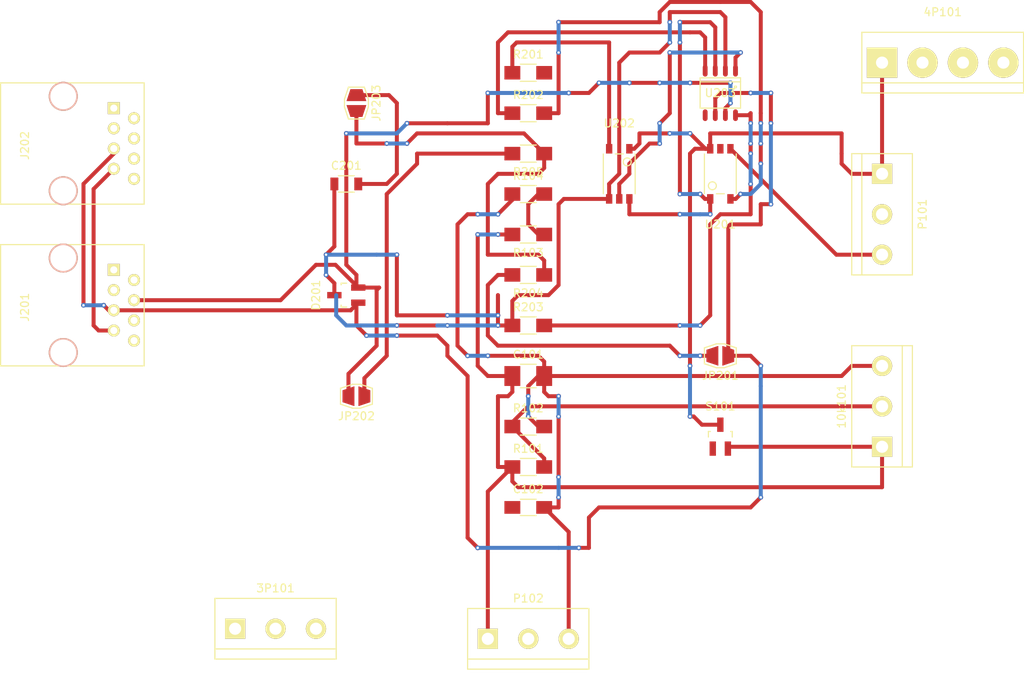
<source format=kicad_pcb>
(kicad_pcb (version 4) (host pcbnew 4.0.2+dfsg1-stable)

  (general
    (links 44)
    (no_connects 2)
    (area 0 0 0 0)
    (thickness 1.6)
    (drawings 0)
    (tracks 372)
    (zones 0)
    (modules 27)
    (nets 43)
  )

  (page A4)
  (layers
    (0 F.Cu signal)
    (31 B.Cu signal)
    (32 B.Adhes user)
    (33 F.Adhes user)
    (34 B.Paste user)
    (35 F.Paste user)
    (36 B.SilkS user)
    (37 F.SilkS user)
    (38 B.Mask user)
    (39 F.Mask user)
    (40 Dwgs.User user)
    (41 Cmts.User user)
    (42 Eco1.User user)
    (43 Eco2.User user)
    (44 Edge.Cuts user)
    (45 Margin user)
    (46 B.CrtYd user)
    (47 F.CrtYd user)
    (48 B.Fab user)
    (49 F.Fab user)
  )

  (setup
    (last_trace_width 0.5)
    (user_trace_width 0.5)
    (user_trace_width 0.6)
    (user_trace_width 0.8)
    (user_trace_width 1)
    (user_trace_width 1.2)
    (trace_clearance 0.2)
    (zone_clearance 0.508)
    (zone_45_only no)
    (trace_min 0.2)
    (segment_width 0.2)
    (edge_width 0.1)
    (via_size 0.6)
    (via_drill 0.4)
    (via_min_size 0.5)
    (via_min_drill 0.3)
    (user_via 0.6 0.3)
    (uvia_size 0.3)
    (uvia_drill 0.1)
    (uvias_allowed no)
    (uvia_min_size 0.2)
    (uvia_min_drill 0.1)
    (pcb_text_width 0.3)
    (pcb_text_size 1.5 1.5)
    (mod_edge_width 0.15)
    (mod_text_size 1 1)
    (mod_text_width 0.15)
    (pad_size 1.5 1.5)
    (pad_drill 0.6)
    (pad_to_mask_clearance 0)
    (aux_axis_origin 0 0)
    (grid_origin 83.82 65.1891)
    (visible_elements FFFFFF7F)
    (pcbplotparams
      (layerselection 0x00030_80000001)
      (usegerberextensions false)
      (excludeedgelayer true)
      (linewidth 0.100000)
      (plotframeref false)
      (viasonmask false)
      (mode 1)
      (useauxorigin false)
      (hpglpennumber 1)
      (hpglpenspeed 20)
      (hpglpendiameter 15)
      (hpglpenoverlay 2)
      (psnegative false)
      (psa4output false)
      (plotreference true)
      (plotvalue true)
      (plotinvisibletext false)
      (padsonsilk false)
      (subtractmaskfromsilk false)
      (outputformat 1)
      (mirror false)
      (drillshape 1)
      (scaleselection 1)
      (outputdirectory ""))
  )

  (net 0 "")
  (net 1 "Net-(3P101-Pad1)")
  (net 2 "Net-(3P101-Pad2)")
  (net 3 "Net-(3P101-Pad3)")
  (net 4 "Net-(4P101-Pad2)")
  (net 5 "Net-(4P101-Pad3)")
  (net 6 +3V3)
  (net 7 "Net-(4P101-Pad4)")
  (net 8 "Net-(10k101-Pad1)")
  (net 9 "Net-(10k101-Pad2)")
  (net 10 GNDA)
  (net 11 "Net-(C102-Pad1)")
  (net 12 GNDREF)
  (net 13 "Net-(C201-Pad2)")
  (net 14 /CANmodule/CAN_L)
  (net 15 /CANmodule/CAN_H)
  (net 16 "Net-(J201-Pad1)")
  (net 17 "Net-(J201-Pad2)")
  (net 18 "Net-(J201-Pad3)")
  (net 19 "Net-(J201-Pad6)")
  (net 20 /CANmodule/Aux+)
  (net 21 /CANmodule/Aux-)
  (net 22 "Net-(J202-Pad1)")
  (net 23 "Net-(J202-Pad2)")
  (net 24 "Net-(J202-Pad3)")
  (net 25 "Net-(J202-Pad6)")
  (net 26 "Net-(JP201-Pad1)")
  (net 27 "Net-(JP202-Pad2)")
  (net 28 "Net-(JP203-Pad1)")
  (net 29 /Brakesignal)
  (net 30 GND)
  (net 31 "Net-(P102-Pad2)")
  (net 32 "Net-(R103-Pad1)")
  (net 33 "Net-(R201-Pad1)")
  (net 34 /CANmodule/CAN_TX)
  (net 35 "Net-(R202-Pad1)")
  (net 36 "Net-(R202-Pad2)")
  (net 37 "Net-(R203-Pad2)")
  (net 38 "Net-(S101-Pad1)")
  (net 39 +5V)
  (net 40 /CANmodule/CAN_RX)
  (net 41 "Net-(U202-Pad5)")
  (net 42 "Net-(U203-Pad5)")

  (net_class Default "This is the default net class."
    (clearance 0.2)
    (trace_width 0.25)
    (via_dia 0.6)
    (via_drill 0.4)
    (uvia_dia 0.3)
    (uvia_drill 0.1)
    (add_net +3V3)
    (add_net +5V)
    (add_net /Brakesignal)
    (add_net /CANmodule/Aux+)
    (add_net /CANmodule/Aux-)
    (add_net /CANmodule/CAN_H)
    (add_net /CANmodule/CAN_L)
    (add_net /CANmodule/CAN_RX)
    (add_net /CANmodule/CAN_TX)
    (add_net GND)
    (add_net GNDA)
    (add_net GNDREF)
    (add_net "Net-(10k101-Pad1)")
    (add_net "Net-(10k101-Pad2)")
    (add_net "Net-(3P101-Pad1)")
    (add_net "Net-(3P101-Pad2)")
    (add_net "Net-(3P101-Pad3)")
    (add_net "Net-(4P101-Pad2)")
    (add_net "Net-(4P101-Pad3)")
    (add_net "Net-(4P101-Pad4)")
    (add_net "Net-(C102-Pad1)")
    (add_net "Net-(C201-Pad2)")
    (add_net "Net-(J201-Pad1)")
    (add_net "Net-(J201-Pad2)")
    (add_net "Net-(J201-Pad3)")
    (add_net "Net-(J201-Pad6)")
    (add_net "Net-(J202-Pad1)")
    (add_net "Net-(J202-Pad2)")
    (add_net "Net-(J202-Pad3)")
    (add_net "Net-(J202-Pad6)")
    (add_net "Net-(JP201-Pad1)")
    (add_net "Net-(JP202-Pad2)")
    (add_net "Net-(JP203-Pad1)")
    (add_net "Net-(P102-Pad2)")
    (add_net "Net-(R103-Pad1)")
    (add_net "Net-(R201-Pad1)")
    (add_net "Net-(R202-Pad1)")
    (add_net "Net-(R202-Pad2)")
    (add_net "Net-(R203-Pad2)")
    (add_net "Net-(S101-Pad1)")
    (add_net "Net-(U202-Pad5)")
    (add_net "Net-(U203-Pad5)")
  )

  (module Connect:RJ45_8 (layer F.Cu) (tedit 0) (tstamp 5833B25D)
    (at 83.82 91.44 270)
    (tags RJ45)
    (path /5821676D/5821749D)
    (fp_text reference J201 (at 0.254 4.826 270) (layer F.SilkS)
      (effects (font (size 1 1) (thickness 0.15)))
    )
    (fp_text value RJ45 (at 0.14224 -0.1016 270) (layer F.Fab)
      (effects (font (size 1 1) (thickness 0.15)))
    )
    (fp_line (start -7.62 7.874) (end 7.62 7.874) (layer F.SilkS) (width 0.15))
    (fp_line (start 7.62 7.874) (end 7.62 -10.16) (layer F.SilkS) (width 0.15))
    (fp_line (start 7.62 -10.16) (end -7.62 -10.16) (layer F.SilkS) (width 0.15))
    (fp_line (start -7.62 -10.16) (end -7.62 7.874) (layer F.SilkS) (width 0.15))
    (pad Hole np_thru_hole circle (at 5.93852 0 270) (size 3.64998 3.64998) (drill 3.2512) (layers *.Cu *.SilkS *.Mask))
    (pad Hole np_thru_hole circle (at -5.9309 0 270) (size 3.64998 3.64998) (drill 3.2512) (layers *.Cu *.SilkS *.Mask))
    (pad 1 thru_hole rect (at -4.445 -6.35 270) (size 1.50114 1.50114) (drill 0.89916) (layers *.Cu *.Mask F.SilkS)
      (net 16 "Net-(J201-Pad1)"))
    (pad 2 thru_hole circle (at -3.175 -8.89 270) (size 1.50114 1.50114) (drill 0.89916) (layers *.Cu *.Mask F.SilkS)
      (net 17 "Net-(J201-Pad2)"))
    (pad 3 thru_hole circle (at -1.905 -6.35 270) (size 1.50114 1.50114) (drill 0.89916) (layers *.Cu *.Mask F.SilkS)
      (net 18 "Net-(J201-Pad3)"))
    (pad 4 thru_hole circle (at -0.635 -8.89 270) (size 1.50114 1.50114) (drill 0.89916) (layers *.Cu *.Mask F.SilkS)
      (net 15 /CANmodule/CAN_H))
    (pad 5 thru_hole circle (at 0.635 -6.35 270) (size 1.50114 1.50114) (drill 0.89916) (layers *.Cu *.Mask F.SilkS)
      (net 14 /CANmodule/CAN_L))
    (pad 6 thru_hole circle (at 1.905 -8.89 270) (size 1.50114 1.50114) (drill 0.89916) (layers *.Cu *.Mask F.SilkS)
      (net 19 "Net-(J201-Pad6)"))
    (pad 7 thru_hole circle (at 3.175 -6.35 270) (size 1.50114 1.50114) (drill 0.89916) (layers *.Cu *.Mask F.SilkS)
      (net 20 /CANmodule/Aux+))
    (pad 8 thru_hole circle (at 4.445 -8.89 270) (size 1.50114 1.50114) (drill 0.89916) (layers *.Cu *.Mask F.SilkS)
      (net 21 /CANmodule/Aux-))
    (model Connect.3dshapes/RJ45_8.wrl
      (at (xyz 0 0 0))
      (scale (xyz 0.4 0.4 0.4))
      (rotate (xyz 0 0 0))
    )
  )

  (module Connect:bornier3 (layer F.Cu) (tedit 0) (tstamp 5833B227)
    (at 110.49 132.08)
    (descr "Bornier d'alimentation 3 pins")
    (tags DEV)
    (path /57F357A4)
    (fp_text reference 3P101 (at 0 -5.08) (layer F.SilkS)
      (effects (font (size 1 1) (thickness 0.15)))
    )
    (fp_text value Lever (at 0 5.08) (layer F.Fab)
      (effects (font (size 1 1) (thickness 0.15)))
    )
    (fp_line (start -7.62 3.81) (end -7.62 -3.81) (layer F.SilkS) (width 0.15))
    (fp_line (start 7.62 3.81) (end 7.62 -3.81) (layer F.SilkS) (width 0.15))
    (fp_line (start -7.62 2.54) (end 7.62 2.54) (layer F.SilkS) (width 0.15))
    (fp_line (start -7.62 -3.81) (end 7.62 -3.81) (layer F.SilkS) (width 0.15))
    (fp_line (start -7.62 3.81) (end 7.62 3.81) (layer F.SilkS) (width 0.15))
    (pad 1 thru_hole rect (at -5.08 0) (size 2.54 2.54) (drill 1.524) (layers *.Cu *.Mask F.SilkS)
      (net 1 "Net-(3P101-Pad1)"))
    (pad 2 thru_hole circle (at 0 0) (size 2.54 2.54) (drill 1.524) (layers *.Cu *.Mask F.SilkS)
      (net 2 "Net-(3P101-Pad2)"))
    (pad 3 thru_hole circle (at 5.08 0) (size 2.54 2.54) (drill 1.524) (layers *.Cu *.Mask F.SilkS)
      (net 3 "Net-(3P101-Pad3)"))
    (model Connect.3dshapes/bornier3.wrl
      (at (xyz 0 0 0))
      (scale (xyz 1 1 1))
      (rotate (xyz 0 0 0))
    )
  )

  (module Connect:bornier4 (layer F.Cu) (tedit 0) (tstamp 5833B22F)
    (at 194.31 60.96)
    (descr "Bornier d'alimentation 4 pins")
    (tags DEV)
    (path /580590EC)
    (fp_text reference 4P101 (at 0 -6.35) (layer F.SilkS)
      (effects (font (size 1 1) (thickness 0.15)))
    )
    (fp_text value "Ignition Switch" (at 0 5.08) (layer F.Fab)
      (effects (font (size 1 1) (thickness 0.15)))
    )
    (fp_line (start -10.16 -3.81) (end -10.16 3.81) (layer F.SilkS) (width 0.15))
    (fp_line (start 10.16 3.81) (end 10.16 -3.81) (layer F.SilkS) (width 0.15))
    (fp_line (start 10.16 2.54) (end -10.16 2.54) (layer F.SilkS) (width 0.15))
    (fp_line (start -10.16 -3.81) (end 10.16 -3.81) (layer F.SilkS) (width 0.15))
    (fp_line (start -10.16 3.81) (end 10.16 3.81) (layer F.SilkS) (width 0.15))
    (pad 2 thru_hole circle (at -2.54 0) (size 3.81 3.81) (drill 1.524) (layers *.Cu *.Mask F.SilkS)
      (net 4 "Net-(4P101-Pad2)"))
    (pad 3 thru_hole circle (at 2.54 0) (size 3.81 3.81) (drill 1.524) (layers *.Cu *.Mask F.SilkS)
      (net 5 "Net-(4P101-Pad3)"))
    (pad 1 thru_hole rect (at -7.62 0) (size 3.81 3.81) (drill 1.524) (layers *.Cu *.Mask F.SilkS)
      (net 6 +3V3))
    (pad 4 thru_hole circle (at 7.62 0) (size 3.81 3.81) (drill 1.524) (layers *.Cu *.Mask F.SilkS)
      (net 7 "Net-(4P101-Pad4)"))
    (model Connect.3dshapes/bornier4.wrl
      (at (xyz 0 0 0))
      (scale (xyz 1 1 1))
      (rotate (xyz 0 0 0))
    )
  )

  (module Connect:bornier3 (layer F.Cu) (tedit 0) (tstamp 5833B236)
    (at 186.69 104.14 90)
    (descr "Bornier d'alimentation 3 pins")
    (tags DEV)
    (path /57F33B0B)
    (fp_text reference 10k101 (at 0 -5.08 90) (layer F.SilkS)
      (effects (font (size 1 1) (thickness 0.15)))
    )
    (fp_text value POT (at 0 5.08 90) (layer F.Fab)
      (effects (font (size 1 1) (thickness 0.15)))
    )
    (fp_line (start -7.62 3.81) (end -7.62 -3.81) (layer F.SilkS) (width 0.15))
    (fp_line (start 7.62 3.81) (end 7.62 -3.81) (layer F.SilkS) (width 0.15))
    (fp_line (start -7.62 2.54) (end 7.62 2.54) (layer F.SilkS) (width 0.15))
    (fp_line (start -7.62 -3.81) (end 7.62 -3.81) (layer F.SilkS) (width 0.15))
    (fp_line (start -7.62 3.81) (end 7.62 3.81) (layer F.SilkS) (width 0.15))
    (pad 1 thru_hole rect (at -5.08 0 90) (size 2.54 2.54) (drill 1.524) (layers *.Cu *.Mask F.SilkS)
      (net 8 "Net-(10k101-Pad1)"))
    (pad 2 thru_hole circle (at 0 0 90) (size 2.54 2.54) (drill 1.524) (layers *.Cu *.Mask F.SilkS)
      (net 9 "Net-(10k101-Pad2)"))
    (pad 3 thru_hole circle (at 5.08 0 90) (size 2.54 2.54) (drill 1.524) (layers *.Cu *.Mask F.SilkS)
      (net 10 GNDA))
    (model Connect.3dshapes/bornier3.wrl
      (at (xyz 0 0 0))
      (scale (xyz 1 1 1))
      (rotate (xyz 0 0 0))
    )
  )

  (module Capacitors_SMD:C_1210_HandSoldering (layer F.Cu) (tedit 541A9C39) (tstamp 5833B23C)
    (at 142.24 100.33)
    (descr "Capacitor SMD 1210, hand soldering")
    (tags "capacitor 1210")
    (path /58213AD5)
    (attr smd)
    (fp_text reference C101 (at 0 -2.7) (layer F.SilkS)
      (effects (font (size 1 1) (thickness 0.15)))
    )
    (fp_text value "10 uF" (at 0 2.7) (layer F.Fab)
      (effects (font (size 1 1) (thickness 0.15)))
    )
    (fp_line (start -3.3 -1.6) (end 3.3 -1.6) (layer F.CrtYd) (width 0.05))
    (fp_line (start -3.3 1.6) (end 3.3 1.6) (layer F.CrtYd) (width 0.05))
    (fp_line (start -3.3 -1.6) (end -3.3 1.6) (layer F.CrtYd) (width 0.05))
    (fp_line (start 3.3 -1.6) (end 3.3 1.6) (layer F.CrtYd) (width 0.05))
    (fp_line (start 1 -1.475) (end -1 -1.475) (layer F.SilkS) (width 0.15))
    (fp_line (start -1 1.475) (end 1 1.475) (layer F.SilkS) (width 0.15))
    (pad 1 smd rect (at -2 0) (size 2 2.5) (layers F.Cu F.Paste F.Mask)
      (net 8 "Net-(10k101-Pad1)"))
    (pad 2 smd rect (at 2 0) (size 2 2.5) (layers F.Cu F.Paste F.Mask)
      (net 10 GNDA))
    (model Capacitors_SMD.3dshapes/C_1210_HandSoldering.wrl
      (at (xyz 0 0 0))
      (scale (xyz 1 1 1))
      (rotate (xyz 0 0 0))
    )
  )

  (module Capacitors_SMD:C_1206_HandSoldering (layer F.Cu) (tedit 541A9C03) (tstamp 5833B242)
    (at 142.24 116.84)
    (descr "Capacitor SMD 1206, hand soldering")
    (tags "capacitor 1206")
    (path /58214F8D)
    (attr smd)
    (fp_text reference C102 (at 0 -2.3) (layer F.SilkS)
      (effects (font (size 1 1) (thickness 0.15)))
    )
    (fp_text value "0.1 uF" (at 0 2.3) (layer F.Fab)
      (effects (font (size 1 1) (thickness 0.15)))
    )
    (fp_line (start -3.3 -1.15) (end 3.3 -1.15) (layer F.CrtYd) (width 0.05))
    (fp_line (start -3.3 1.15) (end 3.3 1.15) (layer F.CrtYd) (width 0.05))
    (fp_line (start -3.3 -1.15) (end -3.3 1.15) (layer F.CrtYd) (width 0.05))
    (fp_line (start 3.3 -1.15) (end 3.3 1.15) (layer F.CrtYd) (width 0.05))
    (fp_line (start 1 -1.025) (end -1 -1.025) (layer F.SilkS) (width 0.15))
    (fp_line (start -1 1.025) (end 1 1.025) (layer F.SilkS) (width 0.15))
    (pad 1 smd rect (at -2 0) (size 2 1.6) (layers F.Cu F.Paste F.Mask)
      (net 11 "Net-(C102-Pad1)"))
    (pad 2 smd rect (at 2 0) (size 2 1.6) (layers F.Cu F.Paste F.Mask)
      (net 10 GNDA))
    (model Capacitors_SMD.3dshapes/C_1206_HandSoldering.wrl
      (at (xyz 0 0 0))
      (scale (xyz 1 1 1))
      (rotate (xyz 0 0 0))
    )
  )

  (module Capacitors_SMD:C_1206 (layer F.Cu) (tedit 5415D7BD) (tstamp 5833B248)
    (at 119.38 76.2)
    (descr "Capacitor SMD 1206, reflow soldering, AVX (see smccp.pdf)")
    (tags "capacitor 1206")
    (path /5821676D/57FCAEE9)
    (attr smd)
    (fp_text reference C201 (at 0 -2.3) (layer F.SilkS)
      (effects (font (size 1 1) (thickness 0.15)))
    )
    (fp_text value 4.7nF (at 0 2.3) (layer F.Fab)
      (effects (font (size 1 1) (thickness 0.15)))
    )
    (fp_line (start -2.3 -1.15) (end 2.3 -1.15) (layer F.CrtYd) (width 0.05))
    (fp_line (start -2.3 1.15) (end 2.3 1.15) (layer F.CrtYd) (width 0.05))
    (fp_line (start -2.3 -1.15) (end -2.3 1.15) (layer F.CrtYd) (width 0.05))
    (fp_line (start 2.3 -1.15) (end 2.3 1.15) (layer F.CrtYd) (width 0.05))
    (fp_line (start 1 -1.025) (end -1 -1.025) (layer F.SilkS) (width 0.15))
    (fp_line (start -1 1.025) (end 1 1.025) (layer F.SilkS) (width 0.15))
    (pad 1 smd rect (at -1.5 0) (size 1 1.6) (layers F.Cu F.Paste F.Mask)
      (net 12 GNDREF))
    (pad 2 smd rect (at 1.5 0) (size 1 1.6) (layers F.Cu F.Paste F.Mask)
      (net 13 "Net-(C201-Pad2)"))
    (model Capacitors_SMD.3dshapes/C_1206.wrl
      (at (xyz 0 0 0))
      (scale (xyz 1 1 1))
      (rotate (xyz 0 0 0))
    )
  )

  (module TO_SOT_Packages_SMD:SOT-23_Handsoldering (layer F.Cu) (tedit 54E9291B) (tstamp 5833B24F)
    (at 119.38 90.17 90)
    (descr "SOT-23, Handsoldering")
    (tags SOT-23)
    (path /5821676D/57FCAEFA)
    (attr smd)
    (fp_text reference D201 (at 0 -3.81 90) (layer F.SilkS)
      (effects (font (size 1 1) (thickness 0.15)))
    )
    (fp_text value PESD1CAN (at 0 3.81 90) (layer F.Fab)
      (effects (font (size 1 1) (thickness 0.15)))
    )
    (fp_line (start -1.49982 0.0508) (end -1.49982 -0.65024) (layer F.SilkS) (width 0.15))
    (fp_line (start -1.49982 -0.65024) (end -1.2509 -0.65024) (layer F.SilkS) (width 0.15))
    (fp_line (start 1.29916 -0.65024) (end 1.49982 -0.65024) (layer F.SilkS) (width 0.15))
    (fp_line (start 1.49982 -0.65024) (end 1.49982 0.0508) (layer F.SilkS) (width 0.15))
    (pad 1 smd rect (at -0.95 1.50114 90) (size 0.8001 1.80086) (layers F.Cu F.Paste F.Mask)
      (net 14 /CANmodule/CAN_L))
    (pad 2 smd rect (at 0.95 1.50114 90) (size 0.8001 1.80086) (layers F.Cu F.Paste F.Mask)
      (net 15 /CANmodule/CAN_H))
    (pad 3 smd rect (at 0 -1.50114 90) (size 0.8001 1.80086) (layers F.Cu F.Paste F.Mask)
      (net 12 GNDREF))
    (model TO_SOT_Packages_SMD.3dshapes/SOT-23_Handsoldering.wrl
      (at (xyz 0 0 0))
      (scale (xyz 1 1 1))
      (rotate (xyz 0 0 0))
    )
  )

  (module Connect:RJ45_8 (layer F.Cu) (tedit 0) (tstamp 5833B26B)
    (at 83.82 71.12 270)
    (tags RJ45)
    (path /5821676D/57FCC775)
    (fp_text reference J202 (at 0.254 4.826 270) (layer F.SilkS)
      (effects (font (size 1 1) (thickness 0.15)))
    )
    (fp_text value RJ45 (at 0.14224 -0.1016 270) (layer F.Fab)
      (effects (font (size 1 1) (thickness 0.15)))
    )
    (fp_line (start -7.62 7.874) (end 7.62 7.874) (layer F.SilkS) (width 0.15))
    (fp_line (start 7.62 7.874) (end 7.62 -10.16) (layer F.SilkS) (width 0.15))
    (fp_line (start 7.62 -10.16) (end -7.62 -10.16) (layer F.SilkS) (width 0.15))
    (fp_line (start -7.62 -10.16) (end -7.62 7.874) (layer F.SilkS) (width 0.15))
    (pad Hole np_thru_hole circle (at 5.93852 0 270) (size 3.64998 3.64998) (drill 3.2512) (layers *.Cu *.SilkS *.Mask))
    (pad Hole np_thru_hole circle (at -5.9309 0 270) (size 3.64998 3.64998) (drill 3.2512) (layers *.Cu *.SilkS *.Mask))
    (pad 1 thru_hole rect (at -4.445 -6.35 270) (size 1.50114 1.50114) (drill 0.89916) (layers *.Cu *.Mask F.SilkS)
      (net 22 "Net-(J202-Pad1)"))
    (pad 2 thru_hole circle (at -3.175 -8.89 270) (size 1.50114 1.50114) (drill 0.89916) (layers *.Cu *.Mask F.SilkS)
      (net 23 "Net-(J202-Pad2)"))
    (pad 3 thru_hole circle (at -1.905 -6.35 270) (size 1.50114 1.50114) (drill 0.89916) (layers *.Cu *.Mask F.SilkS)
      (net 24 "Net-(J202-Pad3)"))
    (pad 4 thru_hole circle (at -0.635 -8.89 270) (size 1.50114 1.50114) (drill 0.89916) (layers *.Cu *.Mask F.SilkS)
      (net 15 /CANmodule/CAN_H))
    (pad 5 thru_hole circle (at 0.635 -6.35 270) (size 1.50114 1.50114) (drill 0.89916) (layers *.Cu *.Mask F.SilkS)
      (net 14 /CANmodule/CAN_L))
    (pad 6 thru_hole circle (at 1.905 -8.89 270) (size 1.50114 1.50114) (drill 0.89916) (layers *.Cu *.Mask F.SilkS)
      (net 25 "Net-(J202-Pad6)"))
    (pad 7 thru_hole circle (at 3.175 -6.35 270) (size 1.50114 1.50114) (drill 0.89916) (layers *.Cu *.Mask F.SilkS)
      (net 20 /CANmodule/Aux+))
    (pad 8 thru_hole circle (at 4.445 -8.89 270) (size 1.50114 1.50114) (drill 0.89916) (layers *.Cu *.Mask F.SilkS)
      (net 21 /CANmodule/Aux-))
    (model Connect.3dshapes/RJ45_8.wrl
      (at (xyz 0 0 0))
      (scale (xyz 0.4 0.4 0.4))
      (rotate (xyz 0 0 0))
    )
  )

  (module electric_car_lib:JumperSingle (layer F.Cu) (tedit 56EF7EDC) (tstamp 5833B271)
    (at 166.37 97.79)
    (path /5821676D/57FCAEF3)
    (fp_text reference JP201 (at 0 2.5) (layer F.SilkS)
      (effects (font (size 1 1) (thickness 0.15)))
    )
    (fp_text value Terminate (at 0 -2.5) (layer F.Fab)
      (effects (font (size 1 1) (thickness 0.15)))
    )
    (fp_line (start -0.5 -1.5) (end 0.5 -1.5) (layer F.SilkS) (width 0.15))
    (fp_line (start 0.5 -1.5) (end 2 -1) (layer F.SilkS) (width 0.15))
    (fp_line (start 2 -1) (end 2 1) (layer F.SilkS) (width 0.15))
    (fp_line (start 2 1) (end 0.5 1.5) (layer F.SilkS) (width 0.15))
    (fp_line (start 0.5 1.5) (end -0.5 1.5) (layer F.SilkS) (width 0.15))
    (fp_line (start -0.5 1.5) (end -2 1) (layer F.SilkS) (width 0.15))
    (fp_line (start -2 1) (end -2 -1) (layer F.SilkS) (width 0.15))
    (fp_line (start -2 -1) (end -0.5 -1.5) (layer F.SilkS) (width 0.15))
    (pad 1 smd trapezoid (at -1 0) (size 1.5 2) (rect_delta -0.5 0 ) (layers F.Cu F.Paste F.Mask)
      (net 26 "Net-(JP201-Pad1)"))
    (pad 2 smd trapezoid (at 1 0) (size 1.5 2) (rect_delta 0.5 0 ) (layers F.Cu F.Paste F.Mask)
      (net 14 /CANmodule/CAN_L))
  )

  (module electric_car_lib:JumperSingle (layer F.Cu) (tedit 56EF7EDC) (tstamp 5833B277)
    (at 120.65 102.87)
    (path /5821676D/57FCAEF4)
    (fp_text reference JP202 (at 0 2.5) (layer F.SilkS)
      (effects (font (size 1 1) (thickness 0.15)))
    )
    (fp_text value Terminate (at 0 -2.5) (layer F.Fab)
      (effects (font (size 1 1) (thickness 0.15)))
    )
    (fp_line (start -0.5 -1.5) (end 0.5 -1.5) (layer F.SilkS) (width 0.15))
    (fp_line (start 0.5 -1.5) (end 2 -1) (layer F.SilkS) (width 0.15))
    (fp_line (start 2 -1) (end 2 1) (layer F.SilkS) (width 0.15))
    (fp_line (start 2 1) (end 0.5 1.5) (layer F.SilkS) (width 0.15))
    (fp_line (start 0.5 1.5) (end -0.5 1.5) (layer F.SilkS) (width 0.15))
    (fp_line (start -0.5 1.5) (end -2 1) (layer F.SilkS) (width 0.15))
    (fp_line (start -2 1) (end -2 -1) (layer F.SilkS) (width 0.15))
    (fp_line (start -2 -1) (end -0.5 -1.5) (layer F.SilkS) (width 0.15))
    (pad 1 smd trapezoid (at -1 0) (size 1.5 2) (rect_delta -0.5 0 ) (layers F.Cu F.Paste F.Mask)
      (net 15 /CANmodule/CAN_H))
    (pad 2 smd trapezoid (at 1 0) (size 1.5 2) (rect_delta 0.5 0 ) (layers F.Cu F.Paste F.Mask)
      (net 27 "Net-(JP202-Pad2)"))
  )

  (module electric_car_lib:JumperSingle (layer F.Cu) (tedit 56EF7EDC) (tstamp 5833B27D)
    (at 120.65 66.04 90)
    (path /5821676D/57FCAEF5)
    (fp_text reference JP203 (at 0 2.5 90) (layer F.SilkS)
      (effects (font (size 1 1) (thickness 0.15)))
    )
    (fp_text value Filter (at 0 -2.5 90) (layer F.Fab)
      (effects (font (size 1 1) (thickness 0.15)))
    )
    (fp_line (start -0.5 -1.5) (end 0.5 -1.5) (layer F.SilkS) (width 0.15))
    (fp_line (start 0.5 -1.5) (end 2 -1) (layer F.SilkS) (width 0.15))
    (fp_line (start 2 -1) (end 2 1) (layer F.SilkS) (width 0.15))
    (fp_line (start 2 1) (end 0.5 1.5) (layer F.SilkS) (width 0.15))
    (fp_line (start 0.5 1.5) (end -0.5 1.5) (layer F.SilkS) (width 0.15))
    (fp_line (start -0.5 1.5) (end -2 1) (layer F.SilkS) (width 0.15))
    (fp_line (start -2 1) (end -2 -1) (layer F.SilkS) (width 0.15))
    (fp_line (start -2 -1) (end -0.5 -1.5) (layer F.SilkS) (width 0.15))
    (pad 1 smd trapezoid (at -1 0 90) (size 1.5 2) (rect_delta -0.5 0 ) (layers F.Cu F.Paste F.Mask)
      (net 28 "Net-(JP203-Pad1)"))
    (pad 2 smd trapezoid (at 1 0 90) (size 1.5 2) (rect_delta 0.5 0 ) (layers F.Cu F.Paste F.Mask)
      (net 13 "Net-(C201-Pad2)"))
  )

  (module Connect:bornier3 (layer F.Cu) (tedit 0) (tstamp 5833B284)
    (at 186.69 80.01 270)
    (descr "Bornier d'alimentation 3 pins")
    (tags DEV)
    (path /580ECAE0)
    (fp_text reference P101 (at 0 -5.08 270) (layer F.SilkS)
      (effects (font (size 1 1) (thickness 0.15)))
    )
    (fp_text value "Pot connector" (at 0 5.08 270) (layer F.Fab)
      (effects (font (size 1 1) (thickness 0.15)))
    )
    (fp_line (start -7.62 3.81) (end -7.62 -3.81) (layer F.SilkS) (width 0.15))
    (fp_line (start 7.62 3.81) (end 7.62 -3.81) (layer F.SilkS) (width 0.15))
    (fp_line (start -7.62 2.54) (end 7.62 2.54) (layer F.SilkS) (width 0.15))
    (fp_line (start -7.62 -3.81) (end 7.62 -3.81) (layer F.SilkS) (width 0.15))
    (fp_line (start -7.62 3.81) (end 7.62 3.81) (layer F.SilkS) (width 0.15))
    (pad 1 thru_hole rect (at -5.08 0 270) (size 2.54 2.54) (drill 1.524) (layers *.Cu *.Mask F.SilkS)
      (net 6 +3V3))
    (pad 2 thru_hole circle (at 0 0 270) (size 2.54 2.54) (drill 1.524) (layers *.Cu *.Mask F.SilkS)
      (net 29 /Brakesignal))
    (pad 3 thru_hole circle (at 5.08 0 270) (size 2.54 2.54) (drill 1.524) (layers *.Cu *.Mask F.SilkS)
      (net 30 GND))
    (model Connect.3dshapes/bornier3.wrl
      (at (xyz 0 0 0))
      (scale (xyz 1 1 1))
      (rotate (xyz 0 0 0))
    )
  )

  (module Connect:bornier3 (layer F.Cu) (tedit 0) (tstamp 5833B28B)
    (at 142.24 133.35)
    (descr "Bornier d'alimentation 3 pins")
    (tags DEV)
    (path /5805A8E1)
    (fp_text reference P102 (at 0 -5.08) (layer F.SilkS)
      (effects (font (size 1 1) (thickness 0.15)))
    )
    (fp_text value "Throttle Pedal" (at 0 5.08) (layer F.Fab)
      (effects (font (size 1 1) (thickness 0.15)))
    )
    (fp_line (start -7.62 3.81) (end -7.62 -3.81) (layer F.SilkS) (width 0.15))
    (fp_line (start 7.62 3.81) (end 7.62 -3.81) (layer F.SilkS) (width 0.15))
    (fp_line (start -7.62 2.54) (end 7.62 2.54) (layer F.SilkS) (width 0.15))
    (fp_line (start -7.62 -3.81) (end 7.62 -3.81) (layer F.SilkS) (width 0.15))
    (fp_line (start -7.62 3.81) (end 7.62 3.81) (layer F.SilkS) (width 0.15))
    (pad 1 thru_hole rect (at -5.08 0) (size 2.54 2.54) (drill 1.524) (layers *.Cu *.Mask F.SilkS)
      (net 8 "Net-(10k101-Pad1)"))
    (pad 2 thru_hole circle (at 0 0) (size 2.54 2.54) (drill 1.524) (layers *.Cu *.Mask F.SilkS)
      (net 31 "Net-(P102-Pad2)"))
    (pad 3 thru_hole circle (at 5.08 0) (size 2.54 2.54) (drill 1.524) (layers *.Cu *.Mask F.SilkS)
      (net 10 GNDA))
    (model Connect.3dshapes/bornier3.wrl
      (at (xyz 0 0 0))
      (scale (xyz 1 1 1))
      (rotate (xyz 0 0 0))
    )
  )

  (module Resistors_SMD:R_1206_HandSoldering (layer F.Cu) (tedit 5418A20D) (tstamp 5833B291)
    (at 142.24 111.76)
    (descr "Resistor SMD 1206, hand soldering")
    (tags "resistor 1206")
    (path /57F33006)
    (attr smd)
    (fp_text reference R101 (at 0 -2.3) (layer F.SilkS)
      (effects (font (size 1 1) (thickness 0.15)))
    )
    (fp_text value 1k (at 0 2.3) (layer F.Fab)
      (effects (font (size 1 1) (thickness 0.15)))
    )
    (fp_line (start -3.3 -1.2) (end 3.3 -1.2) (layer F.CrtYd) (width 0.05))
    (fp_line (start -3.3 1.2) (end 3.3 1.2) (layer F.CrtYd) (width 0.05))
    (fp_line (start -3.3 -1.2) (end -3.3 1.2) (layer F.CrtYd) (width 0.05))
    (fp_line (start 3.3 -1.2) (end 3.3 1.2) (layer F.CrtYd) (width 0.05))
    (fp_line (start 1 1.075) (end -1 1.075) (layer F.SilkS) (width 0.15))
    (fp_line (start -1 -1.075) (end 1 -1.075) (layer F.SilkS) (width 0.15))
    (pad 1 smd rect (at -2 0) (size 2 1.7) (layers F.Cu F.Paste F.Mask)
      (net 8 "Net-(10k101-Pad1)"))
    (pad 2 smd rect (at 2 0) (size 2 1.7) (layers F.Cu F.Paste F.Mask)
      (net 9 "Net-(10k101-Pad2)"))
    (model Resistors_SMD.3dshapes/R_1206_HandSoldering.wrl
      (at (xyz 0 0 0))
      (scale (xyz 1 1 1))
      (rotate (xyz 0 0 0))
    )
  )

  (module Resistors_SMD:R_1206_HandSoldering (layer F.Cu) (tedit 5418A20D) (tstamp 5833B297)
    (at 142.24 106.68)
    (descr "Resistor SMD 1206, hand soldering")
    (tags "resistor 1206")
    (path /57F33A40)
    (attr smd)
    (fp_text reference R102 (at 0 -2.3) (layer F.SilkS)
      (effects (font (size 1 1) (thickness 0.15)))
    )
    (fp_text value 1k (at 0 2.3) (layer F.Fab)
      (effects (font (size 1 1) (thickness 0.15)))
    )
    (fp_line (start -3.3 -1.2) (end 3.3 -1.2) (layer F.CrtYd) (width 0.05))
    (fp_line (start -3.3 1.2) (end 3.3 1.2) (layer F.CrtYd) (width 0.05))
    (fp_line (start -3.3 -1.2) (end -3.3 1.2) (layer F.CrtYd) (width 0.05))
    (fp_line (start 3.3 -1.2) (end 3.3 1.2) (layer F.CrtYd) (width 0.05))
    (fp_line (start 1 1.075) (end -1 1.075) (layer F.SilkS) (width 0.15))
    (fp_line (start -1 -1.075) (end 1 -1.075) (layer F.SilkS) (width 0.15))
    (pad 1 smd rect (at -2 0) (size 2 1.7) (layers F.Cu F.Paste F.Mask)
      (net 9 "Net-(10k101-Pad2)"))
    (pad 2 smd rect (at 2 0) (size 2 1.7) (layers F.Cu F.Paste F.Mask)
      (net 10 GNDA))
    (model Resistors_SMD.3dshapes/R_1206_HandSoldering.wrl
      (at (xyz 0 0 0))
      (scale (xyz 1 1 1))
      (rotate (xyz 0 0 0))
    )
  )

  (module Resistors_SMD:R_1206_HandSoldering (layer F.Cu) (tedit 5418A20D) (tstamp 5833B29D)
    (at 142.24 82.55 180)
    (descr "Resistor SMD 1206, hand soldering")
    (tags "resistor 1206")
    (path /5821529C)
    (attr smd)
    (fp_text reference R103 (at 0 -2.3 180) (layer F.SilkS)
      (effects (font (size 1 1) (thickness 0.15)))
    )
    (fp_text value 100 (at 0 2.3 180) (layer F.Fab)
      (effects (font (size 1 1) (thickness 0.15)))
    )
    (fp_line (start -3.3 -1.2) (end 3.3 -1.2) (layer F.CrtYd) (width 0.05))
    (fp_line (start -3.3 1.2) (end 3.3 1.2) (layer F.CrtYd) (width 0.05))
    (fp_line (start -3.3 -1.2) (end -3.3 1.2) (layer F.CrtYd) (width 0.05))
    (fp_line (start 3.3 -1.2) (end 3.3 1.2) (layer F.CrtYd) (width 0.05))
    (fp_line (start 1 1.075) (end -1 1.075) (layer F.SilkS) (width 0.15))
    (fp_line (start -1 -1.075) (end 1 -1.075) (layer F.SilkS) (width 0.15))
    (pad 1 smd rect (at -2 0 180) (size 2 1.7) (layers F.Cu F.Paste F.Mask)
      (net 32 "Net-(R103-Pad1)"))
    (pad 2 smd rect (at 2 0 180) (size 2 1.7) (layers F.Cu F.Paste F.Mask)
      (net 8 "Net-(10k101-Pad1)"))
    (model Resistors_SMD.3dshapes/R_1206_HandSoldering.wrl
      (at (xyz 0 0 0))
      (scale (xyz 1 1 1))
      (rotate (xyz 0 0 0))
    )
  )

  (module Resistors_SMD:R_1206_HandSoldering (layer F.Cu) (tedit 5418A20D) (tstamp 5833B2A3)
    (at 142.24 77.47)
    (descr "Resistor SMD 1206, hand soldering")
    (tags "resistor 1206")
    (path /58215071)
    (attr smd)
    (fp_text reference R104 (at 0 -2.3) (layer F.SilkS)
      (effects (font (size 1 1) (thickness 0.15)))
    )
    (fp_text value 100 (at 0 2.3) (layer F.Fab)
      (effects (font (size 1 1) (thickness 0.15)))
    )
    (fp_line (start -3.3 -1.2) (end 3.3 -1.2) (layer F.CrtYd) (width 0.05))
    (fp_line (start -3.3 1.2) (end 3.3 1.2) (layer F.CrtYd) (width 0.05))
    (fp_line (start -3.3 -1.2) (end -3.3 1.2) (layer F.CrtYd) (width 0.05))
    (fp_line (start 3.3 -1.2) (end 3.3 1.2) (layer F.CrtYd) (width 0.05))
    (fp_line (start 1 1.075) (end -1 1.075) (layer F.SilkS) (width 0.15))
    (fp_line (start -1 -1.075) (end 1 -1.075) (layer F.SilkS) (width 0.15))
    (pad 1 smd rect (at -2 0) (size 2 1.7) (layers F.Cu F.Paste F.Mask)
      (net 10 GNDA))
    (pad 2 smd rect (at 2 0) (size 2 1.7) (layers F.Cu F.Paste F.Mask)
      (net 32 "Net-(R103-Pad1)"))
    (model Resistors_SMD.3dshapes/R_1206_HandSoldering.wrl
      (at (xyz 0 0 0))
      (scale (xyz 1 1 1))
      (rotate (xyz 0 0 0))
    )
  )

  (module Resistors_SMD:R_1206_HandSoldering (layer F.Cu) (tedit 5418A20D) (tstamp 5833B2A9)
    (at 142.24 62.23)
    (descr "Resistor SMD 1206, hand soldering")
    (tags "resistor 1206")
    (path /5821676D/57FCAEF6)
    (attr smd)
    (fp_text reference R201 (at 0 -2.3) (layer F.SilkS)
      (effects (font (size 1 1) (thickness 0.15)))
    )
    (fp_text value 100 (at 0 2.3) (layer F.Fab)
      (effects (font (size 1 1) (thickness 0.15)))
    )
    (fp_line (start -3.3 -1.2) (end 3.3 -1.2) (layer F.CrtYd) (width 0.05))
    (fp_line (start -3.3 1.2) (end 3.3 1.2) (layer F.CrtYd) (width 0.05))
    (fp_line (start -3.3 -1.2) (end -3.3 1.2) (layer F.CrtYd) (width 0.05))
    (fp_line (start 3.3 -1.2) (end 3.3 1.2) (layer F.CrtYd) (width 0.05))
    (fp_line (start 1 1.075) (end -1 1.075) (layer F.SilkS) (width 0.15))
    (fp_line (start -1 -1.075) (end 1 -1.075) (layer F.SilkS) (width 0.15))
    (pad 1 smd rect (at -2 0) (size 2 1.7) (layers F.Cu F.Paste F.Mask)
      (net 33 "Net-(R201-Pad1)"))
    (pad 2 smd rect (at 2 0) (size 2 1.7) (layers F.Cu F.Paste F.Mask)
      (net 34 /CANmodule/CAN_TX))
    (model Resistors_SMD.3dshapes/R_1206_HandSoldering.wrl
      (at (xyz 0 0 0))
      (scale (xyz 1 1 1))
      (rotate (xyz 0 0 0))
    )
  )

  (module Resistors_SMD:R_1206_HandSoldering (layer F.Cu) (tedit 5418A20D) (tstamp 5833B2AF)
    (at 142.24 67.31)
    (descr "Resistor SMD 1206, hand soldering")
    (tags "resistor 1206")
    (path /5821676D/57FCAEF2)
    (attr smd)
    (fp_text reference R202 (at 0 -2.3) (layer F.SilkS)
      (effects (font (size 1 1) (thickness 0.15)))
    )
    (fp_text value 330 (at 0 2.3) (layer F.Fab)
      (effects (font (size 1 1) (thickness 0.15)))
    )
    (fp_line (start -3.3 -1.2) (end 3.3 -1.2) (layer F.CrtYd) (width 0.05))
    (fp_line (start -3.3 1.2) (end 3.3 1.2) (layer F.CrtYd) (width 0.05))
    (fp_line (start -3.3 -1.2) (end -3.3 1.2) (layer F.CrtYd) (width 0.05))
    (fp_line (start 3.3 -1.2) (end 3.3 1.2) (layer F.CrtYd) (width 0.05))
    (fp_line (start 1 1.075) (end -1 1.075) (layer F.SilkS) (width 0.15))
    (fp_line (start -1 -1.075) (end 1 -1.075) (layer F.SilkS) (width 0.15))
    (pad 1 smd rect (at -2 0) (size 2 1.7) (layers F.Cu F.Paste F.Mask)
      (net 35 "Net-(R202-Pad1)"))
    (pad 2 smd rect (at 2 0) (size 2 1.7) (layers F.Cu F.Paste F.Mask)
      (net 36 "Net-(R202-Pad2)"))
    (model Resistors_SMD.3dshapes/R_1206_HandSoldering.wrl
      (at (xyz 0 0 0))
      (scale (xyz 1 1 1))
      (rotate (xyz 0 0 0))
    )
  )

  (module Resistors_SMD:R_1206_HandSoldering (layer F.Cu) (tedit 5418A20D) (tstamp 5833B2B5)
    (at 142.24 93.98)
    (descr "Resistor SMD 1206, hand soldering")
    (tags "resistor 1206")
    (path /5821676D/57FCAEE8)
    (attr smd)
    (fp_text reference R203 (at 0 -2.3) (layer F.SilkS)
      (effects (font (size 1 1) (thickness 0.15)))
    )
    (fp_text value 4.7K (at 0 2.3) (layer F.Fab)
      (effects (font (size 1 1) (thickness 0.15)))
    )
    (fp_line (start -3.3 -1.2) (end 3.3 -1.2) (layer F.CrtYd) (width 0.05))
    (fp_line (start -3.3 1.2) (end 3.3 1.2) (layer F.CrtYd) (width 0.05))
    (fp_line (start -3.3 -1.2) (end -3.3 1.2) (layer F.CrtYd) (width 0.05))
    (fp_line (start 3.3 -1.2) (end 3.3 1.2) (layer F.CrtYd) (width 0.05))
    (fp_line (start 1 1.075) (end -1 1.075) (layer F.SilkS) (width 0.15))
    (fp_line (start -1 -1.075) (end 1 -1.075) (layer F.SilkS) (width 0.15))
    (pad 1 smd rect (at -2 0) (size 2 1.7) (layers F.Cu F.Paste F.Mask)
      (net 12 GNDREF))
    (pad 2 smd rect (at 2 0) (size 2 1.7) (layers F.Cu F.Paste F.Mask)
      (net 37 "Net-(R203-Pad2)"))
    (model Resistors_SMD.3dshapes/R_1206_HandSoldering.wrl
      (at (xyz 0 0 0))
      (scale (xyz 1 1 1))
      (rotate (xyz 0 0 0))
    )
  )

  (module Resistors_SMD:R_1206_HandSoldering (layer F.Cu) (tedit 5418A20D) (tstamp 5833B2BB)
    (at 142.24 87.63 180)
    (descr "Resistor SMD 1206, hand soldering")
    (tags "resistor 1206")
    (path /5821676D/57FCAEEA)
    (attr smd)
    (fp_text reference R204 (at 0 -2.3 180) (layer F.SilkS)
      (effects (font (size 1 1) (thickness 0.15)))
    )
    (fp_text value 60 (at 0 2.3 180) (layer F.Fab)
      (effects (font (size 1 1) (thickness 0.15)))
    )
    (fp_line (start -3.3 -1.2) (end 3.3 -1.2) (layer F.CrtYd) (width 0.05))
    (fp_line (start -3.3 1.2) (end 3.3 1.2) (layer F.CrtYd) (width 0.05))
    (fp_line (start -3.3 -1.2) (end -3.3 1.2) (layer F.CrtYd) (width 0.05))
    (fp_line (start 3.3 -1.2) (end 3.3 1.2) (layer F.CrtYd) (width 0.05))
    (fp_line (start 1 1.075) (end -1 1.075) (layer F.SilkS) (width 0.15))
    (fp_line (start -1 -1.075) (end 1 -1.075) (layer F.SilkS) (width 0.15))
    (pad 1 smd rect (at -2 0 180) (size 2 1.7) (layers F.Cu F.Paste F.Mask)
      (net 28 "Net-(JP203-Pad1)"))
    (pad 2 smd rect (at 2 0 180) (size 2 1.7) (layers F.Cu F.Paste F.Mask)
      (net 26 "Net-(JP201-Pad1)"))
    (model Resistors_SMD.3dshapes/R_1206_HandSoldering.wrl
      (at (xyz 0 0 0))
      (scale (xyz 1 1 1))
      (rotate (xyz 0 0 0))
    )
  )

  (module Resistors_SMD:R_1206_HandSoldering (layer F.Cu) (tedit 5418A20D) (tstamp 5833B2C1)
    (at 142.24 72.39 180)
    (descr "Resistor SMD 1206, hand soldering")
    (tags "resistor 1206")
    (path /5821676D/57FCAEEB)
    (attr smd)
    (fp_text reference R205 (at 0 -2.3 180) (layer F.SilkS)
      (effects (font (size 1 1) (thickness 0.15)))
    )
    (fp_text value 60 (at 0 2.3 180) (layer F.Fab)
      (effects (font (size 1 1) (thickness 0.15)))
    )
    (fp_line (start -3.3 -1.2) (end 3.3 -1.2) (layer F.CrtYd) (width 0.05))
    (fp_line (start -3.3 1.2) (end 3.3 1.2) (layer F.CrtYd) (width 0.05))
    (fp_line (start -3.3 -1.2) (end -3.3 1.2) (layer F.CrtYd) (width 0.05))
    (fp_line (start 3.3 -1.2) (end 3.3 1.2) (layer F.CrtYd) (width 0.05))
    (fp_line (start 1 1.075) (end -1 1.075) (layer F.SilkS) (width 0.15))
    (fp_line (start -1 -1.075) (end 1 -1.075) (layer F.SilkS) (width 0.15))
    (pad 1 smd rect (at -2 0 180) (size 2 1.7) (layers F.Cu F.Paste F.Mask)
      (net 28 "Net-(JP203-Pad1)"))
    (pad 2 smd rect (at 2 0 180) (size 2 1.7) (layers F.Cu F.Paste F.Mask)
      (net 27 "Net-(JP202-Pad2)"))
    (model Resistors_SMD.3dshapes/R_1206_HandSoldering.wrl
      (at (xyz 0 0 0))
      (scale (xyz 1 1 1))
      (rotate (xyz 0 0 0))
    )
  )

  (module TO_SOT_Packages_SMD:SOT-23_Handsoldering (layer F.Cu) (tedit 54E9291B) (tstamp 5833B2C8)
    (at 166.37 107.95)
    (descr "SOT-23, Handsoldering")
    (tags SOT-23)
    (path /58214ECE)
    (attr smd)
    (fp_text reference S101 (at 0 -3.81) (layer F.SilkS)
      (effects (font (size 1 1) (thickness 0.15)))
    )
    (fp_text value Q_PNP_BCE (at 0 3.81) (layer F.Fab)
      (effects (font (size 1 1) (thickness 0.15)))
    )
    (fp_line (start -1.49982 0.0508) (end -1.49982 -0.65024) (layer F.SilkS) (width 0.15))
    (fp_line (start -1.49982 -0.65024) (end -1.2509 -0.65024) (layer F.SilkS) (width 0.15))
    (fp_line (start 1.29916 -0.65024) (end 1.49982 -0.65024) (layer F.SilkS) (width 0.15))
    (fp_line (start 1.49982 -0.65024) (end 1.49982 0.0508) (layer F.SilkS) (width 0.15))
    (pad 1 smd rect (at -0.95 1.50114) (size 0.8001 1.80086) (layers F.Cu F.Paste F.Mask)
      (net 38 "Net-(S101-Pad1)"))
    (pad 2 smd rect (at 0.95 1.50114) (size 0.8001 1.80086) (layers F.Cu F.Paste F.Mask)
      (net 8 "Net-(10k101-Pad1)"))
    (pad 3 smd rect (at 0 -1.50114) (size 0.8001 1.80086) (layers F.Cu F.Paste F.Mask)
      (net 6 +3V3))
    (model TO_SOT_Packages_SMD.3dshapes/SOT-23_Handsoldering.wrl
      (at (xyz 0 0 0))
      (scale (xyz 1 1 1))
      (rotate (xyz 0 0 0))
    )
  )

  (module electric_car_lib:soic-5 (layer F.Cu) (tedit 56D8F74B) (tstamp 5833B2D1)
    (at 166.37 74.93)
    (path /5821676D/57FCAEF9)
    (fp_text reference U201 (at 0 6.35) (layer F.SilkS)
      (effects (font (size 1 1) (thickness 0.15)))
    )
    (fp_text value TLP2361 (at 0 -6.35) (layer F.Fab)
      (effects (font (size 1 1) (thickness 0.15)))
    )
    (fp_circle (center -1 1.5) (end -1 2) (layer F.SilkS) (width 0.15))
    (fp_line (start -0.5 2.5) (end 0.5 2.5) (layer F.SilkS) (width 0.15))
    (fp_line (start 2 -2.5) (end 2 2.5) (layer F.SilkS) (width 0.15))
    (fp_line (start -2 -2.5) (end -2 2.5) (layer F.SilkS) (width 0.15))
    (pad 1 smd rect (at -1.27 3.15) (size 0.8 1.2) (layers F.Cu F.Paste F.Mask)
      (net 39 +5V))
    (pad 3 smd rect (at 1.27 3.15) (size 0.8 1.2) (layers F.Cu F.Paste F.Mask)
      (net 36 "Net-(R202-Pad2)"))
    (pad 4 smd rect (at 1.27 -3.15) (size 0.8 1.2) (layers F.Cu F.Paste F.Mask)
      (net 30 GND))
    (pad 5 smd rect (at 0 -3.15) (size 0.8 1.2) (layers F.Cu F.Paste F.Mask)
      (net 40 /CANmodule/CAN_RX))
    (pad 6 smd rect (at -1.27 -3.15) (size 0.8 1.2) (layers F.Cu F.Paste F.Mask)
      (net 6 +3V3))
  )

  (module electric_car_lib:soic-5 (layer F.Cu) (tedit 56D8F74B) (tstamp 5833B2DA)
    (at 153.67 74.93 180)
    (path /5821676D/57FCAEF8)
    (fp_text reference U202 (at 0 6.35 180) (layer F.SilkS)
      (effects (font (size 1 1) (thickness 0.15)))
    )
    (fp_text value TLP2361 (at 0 -6.35 180) (layer F.Fab)
      (effects (font (size 1 1) (thickness 0.15)))
    )
    (fp_circle (center -1 1.5) (end -1 2) (layer F.SilkS) (width 0.15))
    (fp_line (start -0.5 2.5) (end 0.5 2.5) (layer F.SilkS) (width 0.15))
    (fp_line (start 2 -2.5) (end 2 2.5) (layer F.SilkS) (width 0.15))
    (fp_line (start -2 -2.5) (end -2 2.5) (layer F.SilkS) (width 0.15))
    (pad 1 smd rect (at -1.27 3.15 180) (size 0.8 1.2) (layers F.Cu F.Paste F.Mask)
      (net 6 +3V3))
    (pad 3 smd rect (at 1.27 3.15 180) (size 0.8 1.2) (layers F.Cu F.Paste F.Mask)
      (net 33 "Net-(R201-Pad1)"))
    (pad 4 smd rect (at 1.27 -3.15 180) (size 0.8 1.2) (layers F.Cu F.Paste F.Mask)
      (net 12 GNDREF))
    (pad 5 smd rect (at 0 -3.15 180) (size 0.8 1.2) (layers F.Cu F.Paste F.Mask)
      (net 41 "Net-(U202-Pad5)"))
    (pad 6 smd rect (at -1.27 -3.15 180) (size 0.8 1.2) (layers F.Cu F.Paste F.Mask)
      (net 39 +5V))
  )

  (module Power_Integrations:SO-8 (layer F.Cu) (tedit 0) (tstamp 5833B2E6)
    (at 166.37 64.77 180)
    (descr "SO-8 Surface Mount Small Outline 150mil 8pin Package")
    (tags "Power Integrations D Package")
    (path /5821676D/57FCAEFB)
    (fp_text reference U203 (at 0 0 180) (layer F.SilkS)
      (effects (font (size 1 1) (thickness 0.15)))
    )
    (fp_text value MCP2551-I/SN (at 0 0 180) (layer F.Fab)
      (effects (font (size 1 1) (thickness 0.15)))
    )
    (fp_circle (center -1.905 0.762) (end -1.778 0.762) (layer F.SilkS) (width 0.15))
    (fp_line (start -2.54 1.397) (end 2.54 1.397) (layer F.SilkS) (width 0.15))
    (fp_line (start -2.54 -1.905) (end 2.54 -1.905) (layer F.SilkS) (width 0.15))
    (fp_line (start -2.54 1.905) (end 2.54 1.905) (layer F.SilkS) (width 0.15))
    (fp_line (start -2.54 1.905) (end -2.54 -1.905) (layer F.SilkS) (width 0.15))
    (fp_line (start 2.54 1.905) (end 2.54 -1.905) (layer F.SilkS) (width 0.15))
    (pad 1 smd oval (at -1.905 2.794 180) (size 0.6096 1.4732) (layers F.Cu F.Paste F.Mask)
      (net 41 "Net-(U202-Pad5)"))
    (pad 2 smd oval (at -0.635 2.794 180) (size 0.6096 1.4732) (layers F.Cu F.Paste F.Mask)
      (net 12 GNDREF))
    (pad 3 smd oval (at 0.635 2.794 180) (size 0.6096 1.4732) (layers F.Cu F.Paste F.Mask)
      (net 39 +5V))
    (pad 4 smd oval (at 1.905 2.794 180) (size 0.6096 1.4732) (layers F.Cu F.Paste F.Mask)
      (net 35 "Net-(R202-Pad1)"))
    (pad 5 smd oval (at 1.905 -2.794 180) (size 0.6096 1.4732) (layers F.Cu F.Paste F.Mask)
      (net 42 "Net-(U203-Pad5)"))
    (pad 6 smd oval (at 0.635 -2.794 180) (size 0.6096 1.4732) (layers F.Cu F.Paste F.Mask)
      (net 14 /CANmodule/CAN_L))
    (pad 7 smd oval (at -0.635 -2.794 180) (size 0.6096 1.4732) (layers F.Cu F.Paste F.Mask)
      (net 15 /CANmodule/CAN_H))
    (pad 8 smd oval (at -1.905 -2.794 180) (size 0.6096 1.4732) (layers F.Cu F.Paste F.Mask)
      (net 37 "Net-(R203-Pad2)"))
  )

  (segment (start 156.21 69.85) (end 160.02 69.85) (width 0.5) (layer F.Cu) (net 6))
  (segment (start 155.55 71.78) (end 156.21 71.12) (width 0.5) (layer F.Cu) (net 6) (tstamp 5833D162))
  (segment (start 156.21 71.12) (end 156.21 69.85) (width 0.5) (layer F.Cu) (net 6) (tstamp 5833D167))
  (segment (start 154.94 71.78) (end 155.55 71.78) (width 0.5) (layer F.Cu) (net 6) (status 400000))
  (segment (start 164.49 71.78) (end 165.1 71.78) (width 0.5) (layer F.Cu) (net 6) (tstamp 5833D173) (status 800000))
  (segment (start 162.56 69.85) (end 164.49 71.78) (width 0.5) (layer F.Cu) (net 6) (tstamp 5833D172))
  (via (at 162.56 69.85) (size 0.6) (drill 0.3) (layers F.Cu B.Cu) (net 6))
  (segment (start 160.02 69.85) (end 162.56 69.85) (width 0.5) (layer B.Cu) (net 6) (tstamp 5833D16F))
  (via (at 160.02 69.85) (size 0.6) (drill 0.3) (layers F.Cu B.Cu) (net 6))
  (segment (start 186.69 74.93) (end 182.88 74.93) (width 0.5) (layer F.Cu) (net 6))
  (segment (start 165.1 69.85) (end 165.1 71.78) (width 0.5) (layer F.Cu) (net 6) (tstamp 5833C252))
  (segment (start 181.61 69.85) (end 165.1 69.85) (width 0.5) (layer F.Cu) (net 6) (tstamp 5833C251))
  (segment (start 181.61 72.39) (end 181.61 69.85) (width 0.5) (layer F.Cu) (net 6) (tstamp 5833C250))
  (segment (start 181.61 73.66) (end 181.61 72.39) (width 0.5) (layer F.Cu) (net 6) (tstamp 5833C24F))
  (segment (start 182.88 74.93) (end 181.61 73.66) (width 0.5) (layer F.Cu) (net 6) (tstamp 5833C24C))
  (segment (start 166.37 106.44886) (end 164.06114 106.44886) (width 0.5) (layer F.Cu) (net 6))
  (segment (start 164.06114 106.44886) (end 163.02228 105.41) (width 0.5) (layer F.Cu) (net 6) (tstamp 5833BF93))
  (segment (start 163.02228 105.41) (end 162.56 105.41) (width 0.5) (layer F.Cu) (net 6) (tstamp 5833BF98))
  (via (at 162.56 105.41) (size 0.6) (drill 0.3) (layers F.Cu B.Cu) (net 6))
  (segment (start 162.56 105.41) (end 162.56 99.06) (width 0.5) (layer B.Cu) (net 6) (tstamp 5833BF9D))
  (via (at 162.56 99.06) (size 0.6) (drill 0.3) (layers F.Cu B.Cu) (net 6))
  (segment (start 162.56 99.06) (end 162.56 72.39) (width 0.5) (layer F.Cu) (net 6) (tstamp 5833BFA0))
  (segment (start 162.56 72.39) (end 163.17 71.78) (width 0.5) (layer F.Cu) (net 6) (tstamp 5833BFA1))
  (segment (start 163.17 71.78) (end 165.1 71.78) (width 0.5) (layer F.Cu) (net 6) (tstamp 5833BFA6))
  (segment (start 186.69 60.96) (end 186.69 74.93) (width 0.5) (layer F.Cu) (net 6))
  (segment (start 140.24 82.55) (end 138.43 82.55) (width 0.5) (layer F.Cu) (net 8))
  (segment (start 137.16 100.33) (end 140.24 100.33) (width 0.5) (layer F.Cu) (net 8) (tstamp 5833CEE9))
  (segment (start 135.89 99.06) (end 137.16 100.33) (width 0.5) (layer F.Cu) (net 8) (tstamp 5833CEE6))
  (segment (start 135.89 82.55) (end 135.89 99.06) (width 0.5) (layer F.Cu) (net 8) (tstamp 5833CEE5))
  (via (at 135.89 82.55) (size 0.6) (drill 0.3) (layers F.Cu B.Cu) (net 8))
  (segment (start 138.43 82.55) (end 135.89 82.55) (width 0.5) (layer B.Cu) (net 8) (tstamp 5833CEE1))
  (via (at 138.43 82.55) (size 0.6) (drill 0.3) (layers F.Cu B.Cu) (net 8))
  (segment (start 140.24 111.76) (end 138.43 111.76) (width 0.5) (layer F.Cu) (net 8))
  (segment (start 140.24 102.33) (end 140.24 100.33) (width 0.5) (layer F.Cu) (net 8) (tstamp 5833C1B8))
  (segment (start 139.7 102.87) (end 140.24 102.33) (width 0.5) (layer F.Cu) (net 8) (tstamp 5833C1B5))
  (segment (start 138.43 102.87) (end 139.7 102.87) (width 0.5) (layer F.Cu) (net 8) (tstamp 5833C1AB))
  (segment (start 138.43 111.76) (end 138.43 102.87) (width 0.5) (layer F.Cu) (net 8) (tstamp 5833C1A3))
  (segment (start 186.69 109.22) (end 167.55114 109.22) (width 0.5) (layer F.Cu) (net 8))
  (segment (start 167.55114 109.22) (end 167.32 109.45114) (width 0.5) (layer F.Cu) (net 8) (tstamp 5833BDA0))
  (segment (start 186.69 109.22) (end 186.69 114.3) (width 0.5) (layer F.Cu) (net 8))
  (segment (start 140.24 113.57) (end 140.24 111.76) (width 0.5) (layer F.Cu) (net 8) (tstamp 5833BD94))
  (segment (start 140.97 114.3) (end 140.24 113.57) (width 0.5) (layer F.Cu) (net 8) (tstamp 5833BD8E))
  (segment (start 186.69 114.3) (end 140.97 114.3) (width 0.5) (layer F.Cu) (net 8) (tstamp 5833BD8D))
  (segment (start 137.16 133.35) (end 137.16 114.84) (width 0.5) (layer F.Cu) (net 8))
  (segment (start 137.16 114.84) (end 140.24 111.76) (width 0.5) (layer F.Cu) (net 8) (tstamp 5833BCDE))
  (segment (start 144.24 111.76) (end 144.24 110.68) (width 0.5) (layer F.Cu) (net 9))
  (segment (start 144.24 110.68) (end 140.24 106.68) (width 0.5) (layer F.Cu) (net 9) (tstamp 5833BDB8))
  (segment (start 186.69 104.14) (end 142.24 104.14) (width 0.5) (layer F.Cu) (net 9))
  (segment (start 142.24 104.14) (end 140.24 106.14) (width 0.5) (layer F.Cu) (net 9) (tstamp 5833BDA7))
  (segment (start 140.24 106.14) (end 140.24 106.68) (width 0.5) (layer F.Cu) (net 9) (tstamp 5833BDAF))
  (segment (start 144.24 100.33) (end 143.51 100.33) (width 0.5) (layer F.Cu) (net 10) (status C00000))
  (segment (start 143.51 100.33) (end 142.24 101.6) (width 0.5) (layer F.Cu) (net 10) (tstamp 5833D031) (status 400000))
  (segment (start 142.24 105.41) (end 143.51 106.68) (width 0.5) (layer F.Cu) (net 10) (tstamp 5833D03E) (status 800000))
  (via (at 142.24 105.41) (size 0.6) (drill 0.3) (layers F.Cu B.Cu) (net 10))
  (segment (start 142.24 102.87) (end 142.24 105.41) (width 0.5) (layer B.Cu) (net 10) (tstamp 5833D03B))
  (via (at 142.24 102.87) (size 0.6) (drill 0.3) (layers F.Cu B.Cu) (net 10))
  (segment (start 142.24 101.6) (end 142.24 102.87) (width 0.5) (layer F.Cu) (net 10) (tstamp 5833D033))
  (segment (start 143.51 106.68) (end 144.24 106.68) (width 0.5) (layer F.Cu) (net 10) (tstamp 5833D03F) (status C00000))
  (segment (start 144.24 100.33) (end 144.24 98.52) (width 0.5) (layer F.Cu) (net 10) (status 400000))
  (segment (start 138.43 80.01) (end 140.24 78.2) (width 0.5) (layer F.Cu) (net 10) (tstamp 5833CFCE) (status 800000))
  (via (at 138.43 80.01) (size 0.6) (drill 0.3) (layers F.Cu B.Cu) (net 10))
  (segment (start 135.89 80.01) (end 138.43 80.01) (width 0.5) (layer B.Cu) (net 10) (tstamp 5833CFCB))
  (via (at 135.89 80.01) (size 0.6) (drill 0.3) (layers F.Cu B.Cu) (net 10))
  (segment (start 134.62 80.01) (end 135.89 80.01) (width 0.5) (layer F.Cu) (net 10) (tstamp 5833CFC8))
  (segment (start 133.35 81.28) (end 134.62 80.01) (width 0.5) (layer F.Cu) (net 10) (tstamp 5833CFC1))
  (segment (start 133.35 82.55) (end 133.35 81.28) (width 0.5) (layer F.Cu) (net 10) (tstamp 5833CFBD))
  (segment (start 133.35 96.52) (end 133.35 82.55) (width 0.5) (layer F.Cu) (net 10) (tstamp 5833CFBC))
  (segment (start 134.62 97.79) (end 133.35 96.52) (width 0.5) (layer F.Cu) (net 10) (tstamp 5833CFBB))
  (via (at 134.62 97.79) (size 0.6) (drill 0.3) (layers F.Cu B.Cu) (net 10))
  (segment (start 137.16 97.79) (end 134.62 97.79) (width 0.5) (layer B.Cu) (net 10) (tstamp 5833CFB8))
  (via (at 137.16 97.79) (size 0.6) (drill 0.3) (layers F.Cu B.Cu) (net 10))
  (segment (start 143.51 97.79) (end 137.16 97.79) (width 0.5) (layer F.Cu) (net 10) (tstamp 5833CFB2))
  (segment (start 144.24 98.52) (end 143.51 97.79) (width 0.5) (layer F.Cu) (net 10) (tstamp 5833CFAD))
  (segment (start 140.24 78.2) (end 140.24 77.47) (width 0.5) (layer F.Cu) (net 10) (tstamp 5833CFCF) (status C00000))
  (segment (start 144.24 116.84) (end 146.05 116.84) (width 0.5) (layer F.Cu) (net 10))
  (segment (start 144.24 102.33) (end 144.24 100.33) (width 0.5) (layer F.Cu) (net 10) (tstamp 5833C19A))
  (segment (start 144.78 102.87) (end 144.24 102.33) (width 0.5) (layer F.Cu) (net 10) (tstamp 5833C194))
  (segment (start 146.05 102.87) (end 144.78 102.87) (width 0.5) (layer F.Cu) (net 10) (tstamp 5833C193))
  (via (at 146.05 102.87) (size 0.6) (drill 0.3) (layers F.Cu B.Cu) (net 10))
  (segment (start 146.05 105.41) (end 146.05 102.87) (width 0.5) (layer B.Cu) (net 10) (tstamp 5833C18F))
  (via (at 146.05 105.41) (size 0.6) (drill 0.3) (layers F.Cu B.Cu) (net 10))
  (segment (start 146.05 113.03) (end 146.05 105.41) (width 0.5) (layer F.Cu) (net 10) (tstamp 5833C187))
  (via (at 146.05 113.03) (size 0.6) (drill 0.3) (layers F.Cu B.Cu) (net 10))
  (segment (start 146.05 115.57) (end 146.05 113.03) (width 0.5) (layer B.Cu) (net 10) (tstamp 5833C183))
  (via (at 146.05 115.57) (size 0.6) (drill 0.3) (layers F.Cu B.Cu) (net 10))
  (segment (start 146.05 116.84) (end 146.05 115.57) (width 0.5) (layer F.Cu) (net 10) (tstamp 5833C17A))
  (segment (start 186.69 99.06) (end 182.88 99.06) (width 0.5) (layer F.Cu) (net 10))
  (segment (start 182.88 99.06) (end 181.61 100.33) (width 0.5) (layer F.Cu) (net 10) (tstamp 5833BDC3))
  (segment (start 181.61 100.33) (end 144.24 100.33) (width 0.5) (layer F.Cu) (net 10) (tstamp 5833BDC9))
  (segment (start 147.32 133.35) (end 147.32 119.92) (width 0.5) (layer F.Cu) (net 10))
  (segment (start 147.32 119.92) (end 144.24 116.84) (width 0.5) (layer F.Cu) (net 10) (tstamp 5833BCEA))
  (segment (start 138.43 93.98) (end 138.43 90.17) (width 0.5) (layer F.Cu) (net 12))
  (segment (start 123.19 85.09) (end 116.84 85.09) (width 0.5) (layer B.Cu) (net 12) (tstamp 5833D469))
  (segment (start 125.73 85.09) (end 123.19 85.09) (width 0.5) (layer B.Cu) (net 12) (tstamp 5833D468))
  (via (at 125.73 85.09) (size 0.6) (drill 0.3) (layers F.Cu B.Cu) (net 12))
  (segment (start 125.73 92.71) (end 125.73 85.09) (width 0.5) (layer F.Cu) (net 12) (tstamp 5833D45D))
  (segment (start 132.08 92.71) (end 125.73 92.71) (width 0.5) (layer F.Cu) (net 12) (tstamp 5833D45C))
  (via (at 132.08 92.71) (size 0.6) (drill 0.3) (layers F.Cu B.Cu) (net 12))
  (segment (start 138.43 92.71) (end 132.08 92.71) (width 0.5) (layer B.Cu) (net 12) (tstamp 5833D458))
  (via (at 138.43 92.71) (size 0.6) (drill 0.3) (layers F.Cu B.Cu) (net 12))
  (segment (start 138.43 90.17) (end 138.43 92.71) (width 0.5) (layer F.Cu) (net 12) (tstamp 5833D444))
  (segment (start 140.24 93.98) (end 138.43 93.98) (width 0.5) (layer F.Cu) (net 12) (status 400000))
  (segment (start 138.43 93.98) (end 132.08 93.98) (width 0.5) (layer B.Cu) (net 12) (tstamp 5833D324))
  (via (at 138.43 93.98) (size 0.6) (drill 0.3) (layers F.Cu B.Cu) (net 12))
  (segment (start 132.08 93.98) (end 130.81 93.98) (width 0.5) (layer B.Cu) (net 12) (tstamp 5833D325))
  (segment (start 130.81 93.98) (end 132.08 93.98) (width 0.5) (layer B.Cu) (net 12) (tstamp 5833D327))
  (via (at 132.08 93.98) (size 0.6) (drill 0.3) (layers F.Cu B.Cu) (net 12))
  (segment (start 118.11 92.71) (end 118.11 90.17) (width 0.5) (layer B.Cu) (net 12) (tstamp 5833D335))
  (segment (start 119.38 93.98) (end 118.11 92.71) (width 0.5) (layer B.Cu) (net 12) (tstamp 5833D332))
  (segment (start 121.92 93.98) (end 119.38 93.98) (width 0.5) (layer B.Cu) (net 12) (tstamp 5833D331))
  (segment (start 125.73 93.98) (end 121.92 93.98) (width 0.5) (layer B.Cu) (net 12) (tstamp 5833D330))
  (via (at 125.73 93.98) (size 0.6) (drill 0.3) (layers F.Cu B.Cu) (net 12))
  (segment (start 132.08 93.98) (end 125.73 93.98) (width 0.5) (layer F.Cu) (net 12) (tstamp 5833D32C))
  (segment (start 152.4 78.08) (end 146.71 78.08) (width 0.5) (layer F.Cu) (net 12) (status 400000))
  (segment (start 140.24 90.9) (end 140.24 93.98) (width 0.5) (layer F.Cu) (net 12) (tstamp 5833D314) (status 800000))
  (segment (start 140.97 90.17) (end 140.24 90.9) (width 0.5) (layer F.Cu) (net 12) (tstamp 5833D311))
  (segment (start 144.78 90.17) (end 140.97 90.17) (width 0.5) (layer F.Cu) (net 12) (tstamp 5833D30E))
  (segment (start 146.05 88.9) (end 144.78 90.17) (width 0.5) (layer F.Cu) (net 12) (tstamp 5833D30C))
  (segment (start 146.05 78.74) (end 146.05 88.9) (width 0.5) (layer F.Cu) (net 12) (tstamp 5833D307))
  (segment (start 146.71 78.08) (end 146.05 78.74) (width 0.5) (layer F.Cu) (net 12) (tstamp 5833D2F9))
  (segment (start 153.67 60.96) (end 153.67 74.93) (width 0.5) (layer F.Cu) (net 12))
  (segment (start 167.005 55.245) (end 166.37 54.61) (width 0.5) (layer F.Cu) (net 12) (tstamp 5833D123))
  (segment (start 166.37 54.61) (end 160.02 54.61) (width 0.5) (layer F.Cu) (net 12) (tstamp 5833D12E))
  (segment (start 160.02 54.61) (end 160.02 55.88) (width 0.5) (layer F.Cu) (net 12) (tstamp 5833D131))
  (via (at 160.02 55.88) (size 0.6) (drill 0.3) (layers F.Cu B.Cu) (net 12))
  (segment (start 160.02 55.88) (end 160.02 58.42) (width 0.5) (layer B.Cu) (net 12) (tstamp 5833D135))
  (via (at 160.02 58.42) (size 0.6) (drill 0.3) (layers F.Cu B.Cu) (net 12))
  (segment (start 160.02 58.42) (end 158.75 59.69) (width 0.5) (layer F.Cu) (net 12) (tstamp 5833D139))
  (segment (start 158.75 59.69) (end 154.94 59.69) (width 0.5) (layer F.Cu) (net 12) (tstamp 5833D13A))
  (segment (start 154.94 59.69) (end 153.67 60.96) (width 0.5) (layer F.Cu) (net 12) (tstamp 5833D147))
  (segment (start 167.005 61.976) (end 167.005 55.245) (width 0.5) (layer F.Cu) (net 12) (status 400000))
  (segment (start 152.4 76.2) (end 152.4 78.08) (width 0.5) (layer F.Cu) (net 12) (tstamp 5833D151) (status 800000))
  (segment (start 153.67 74.93) (end 152.4 76.2) (width 0.5) (layer F.Cu) (net 12) (tstamp 5833D14D))
  (segment (start 117.87886 90.17) (end 117.87886 88.66886) (width 0.5) (layer F.Cu) (net 12))
  (segment (start 117.87886 88.66886) (end 116.84 87.63) (width 0.5) (layer F.Cu) (net 12) (tstamp 5833B8AE))
  (via (at 116.84 87.63) (size 0.6) (drill 0.3) (layers F.Cu B.Cu) (net 12))
  (segment (start 116.84 87.63) (end 116.84 85.09) (width 0.5) (layer B.Cu) (net 12) (tstamp 5833B8B2))
  (segment (start 117.88 84.05) (end 117.88 76.2) (width 0.5) (layer F.Cu) (net 12) (tstamp 5833B8B7))
  (via (at 116.84 85.09) (size 0.6) (drill 0.3) (layers F.Cu B.Cu) (net 12))
  (segment (start 116.84 85.09) (end 117.88 84.05) (width 0.5) (layer F.Cu) (net 12) (tstamp 5833B8B6))
  (segment (start 120.65 65.04) (end 124.73 65.04) (width 0.5) (layer F.Cu) (net 13))
  (segment (start 124.46 76.2) (end 120.88 76.2) (width 0.5) (layer F.Cu) (net 13) (tstamp 5833BB66))
  (segment (start 125.73 74.93) (end 124.46 76.2) (width 0.5) (layer F.Cu) (net 13) (tstamp 5833BB63))
  (segment (start 125.73 66.04) (end 125.73 74.93) (width 0.5) (layer F.Cu) (net 13) (tstamp 5833BB61))
  (segment (start 124.73 65.04) (end 125.73 66.04) (width 0.5) (layer F.Cu) (net 13) (tstamp 5833BB5E))
  (segment (start 165.735 67.564) (end 165.735 65.405) (width 0.5) (layer F.Cu) (net 14) (status 400000))
  (segment (start 167.37 81.55) (end 167.37 97.79) (width 0.5) (layer F.Cu) (net 14) (tstamp 5833D509) (status 800000))
  (segment (start 167.64 81.28) (end 167.37 81.55) (width 0.5) (layer F.Cu) (net 14) (tstamp 5833D504))
  (segment (start 171.45 81.28) (end 167.64 81.28) (width 0.5) (layer F.Cu) (net 14) (tstamp 5833D502))
  (segment (start 171.45 78.74) (end 171.45 81.28) (width 0.5) (layer F.Cu) (net 14) (tstamp 5833D4FF))
  (segment (start 172.72 78.74) (end 171.45 78.74) (width 0.5) (layer F.Cu) (net 14) (tstamp 5833D4FE))
  (via (at 172.72 78.74) (size 0.6) (drill 0.3) (layers F.Cu B.Cu) (net 14))
  (segment (start 172.72 68.58) (end 172.72 78.74) (width 0.5) (layer B.Cu) (net 14) (tstamp 5833D4FA))
  (via (at 172.72 68.58) (size 0.6) (drill 0.3) (layers F.Cu B.Cu) (net 14))
  (segment (start 172.72 64.77) (end 172.72 68.58) (width 0.5) (layer F.Cu) (net 14) (tstamp 5833D4F6))
  (via (at 172.72 64.77) (size 0.6) (drill 0.3) (layers F.Cu B.Cu) (net 14))
  (segment (start 170.18 64.77) (end 172.72 64.77) (width 0.5) (layer B.Cu) (net 14) (tstamp 5833D4F3))
  (via (at 170.18 64.77) (size 0.6) (drill 0.3) (layers F.Cu B.Cu) (net 14))
  (segment (start 166.37 64.77) (end 170.18 64.77) (width 0.5) (layer F.Cu) (net 14) (tstamp 5833D4EF))
  (segment (start 165.735 65.405) (end 166.37 64.77) (width 0.5) (layer F.Cu) (net 14) (tstamp 5833D4EC))
  (segment (start 167.37 97.79) (end 170.18 97.79) (width 0.5) (layer F.Cu) (net 14) (status 400000))
  (segment (start 120.65 93.98) (end 120.65 91.35114) (width 0.5) (layer F.Cu) (net 14) (tstamp 5833D234) (status 800000))
  (segment (start 121.92 95.25) (end 120.65 93.98) (width 0.5) (layer F.Cu) (net 14) (tstamp 5833D233))
  (via (at 121.92 95.25) (size 0.6) (drill 0.3) (layers F.Cu B.Cu) (net 14))
  (segment (start 125.73 95.25) (end 121.92 95.25) (width 0.5) (layer B.Cu) (net 14) (tstamp 5833D230))
  (via (at 125.73 95.25) (size 0.6) (drill 0.3) (layers F.Cu B.Cu) (net 14))
  (segment (start 130.81 95.25) (end 125.73 95.25) (width 0.5) (layer F.Cu) (net 14) (tstamp 5833D227))
  (segment (start 132.08 96.52) (end 130.81 95.25) (width 0.5) (layer F.Cu) (net 14) (tstamp 5833D225))
  (segment (start 132.08 97.79) (end 132.08 96.52) (width 0.5) (layer F.Cu) (net 14) (tstamp 5833D222))
  (segment (start 134.62 100.33) (end 132.08 97.79) (width 0.5) (layer F.Cu) (net 14) (tstamp 5833D221))
  (segment (start 134.62 120.65) (end 134.62 100.33) (width 0.5) (layer F.Cu) (net 14) (tstamp 5833D21E))
  (segment (start 135.89 121.92) (end 134.62 120.65) (width 0.5) (layer F.Cu) (net 14) (tstamp 5833D21D))
  (via (at 135.89 121.92) (size 0.6) (drill 0.3) (layers F.Cu B.Cu) (net 14))
  (segment (start 146.05 121.92) (end 135.89 121.92) (width 0.5) (layer B.Cu) (net 14) (tstamp 5833D218))
  (segment (start 148.59 121.92) (end 146.05 121.92) (width 0.5) (layer B.Cu) (net 14) (tstamp 5833D217))
  (via (at 148.59 121.92) (size 0.6) (drill 0.3) (layers F.Cu B.Cu) (net 14))
  (segment (start 149.86 121.92) (end 148.59 121.92) (width 0.5) (layer F.Cu) (net 14) (tstamp 5833D211))
  (segment (start 149.86 118.11) (end 149.86 121.92) (width 0.5) (layer F.Cu) (net 14) (tstamp 5833D20E))
  (segment (start 151.13 116.84) (end 149.86 118.11) (width 0.5) (layer F.Cu) (net 14) (tstamp 5833D20B))
  (segment (start 170.18 116.84) (end 151.13 116.84) (width 0.5) (layer F.Cu) (net 14) (tstamp 5833D205))
  (segment (start 171.45 115.57) (end 170.18 116.84) (width 0.5) (layer F.Cu) (net 14) (tstamp 5833D204))
  (via (at 171.45 115.57) (size 0.6) (drill 0.3) (layers F.Cu B.Cu) (net 14))
  (segment (start 171.45 101.6) (end 171.45 115.57) (width 0.5) (layer B.Cu) (net 14) (tstamp 5833D1FA))
  (segment (start 171.45 99.06) (end 171.45 101.6) (width 0.5) (layer B.Cu) (net 14) (tstamp 5833D1F9))
  (via (at 171.45 99.06) (size 0.6) (drill 0.3) (layers F.Cu B.Cu) (net 14))
  (segment (start 170.18 97.79) (end 171.45 99.06) (width 0.5) (layer F.Cu) (net 14) (tstamp 5833D1F3))
  (segment (start 120.65 91.35114) (end 120.88114 91.12) (width 0.5) (layer F.Cu) (net 14) (tstamp 5833D235) (status C00000))
  (segment (start 90.17 92.075) (end 119.92614 92.075) (width 0.5) (layer F.Cu) (net 14))
  (segment (start 119.92614 92.075) (end 120.88114 91.12) (width 0.5) (layer F.Cu) (net 14) (tstamp 5833BC87))
  (segment (start 90.17 71.755) (end 90.17 72.39) (width 0.5) (layer F.Cu) (net 14))
  (segment (start 90.17 72.39) (end 86.36 76.2) (width 0.5) (layer F.Cu) (net 14) (tstamp 5833BC69))
  (segment (start 86.36 76.2) (end 86.36 91.44) (width 0.5) (layer F.Cu) (net 14) (tstamp 5833BC6B))
  (via (at 86.36 91.44) (size 0.6) (drill 0.3) (layers F.Cu B.Cu) (net 14))
  (segment (start 86.36 91.44) (end 88.9 91.44) (width 0.5) (layer B.Cu) (net 14) (tstamp 5833BC73))
  (via (at 88.9 91.44) (size 0.6) (drill 0.3) (layers F.Cu B.Cu) (net 14))
  (segment (start 88.9 91.44) (end 89.535 92.075) (width 0.5) (layer F.Cu) (net 14) (tstamp 5833BC78))
  (segment (start 89.535 92.075) (end 90.17 92.075) (width 0.5) (layer F.Cu) (net 14) (tstamp 5833BC79))
  (segment (start 167.005 67.564) (end 167.005 66.675) (width 0.5) (layer F.Cu) (net 15) (status 400000))
  (segment (start 120.65 87.63) (end 120.65 88.98886) (width 0.5) (layer F.Cu) (net 15) (tstamp 5833D590) (status 800000))
  (segment (start 119.38 86.36) (end 120.65 87.63) (width 0.5) (layer F.Cu) (net 15) (tstamp 5833D58A))
  (segment (start 119.38 69.85) (end 119.38 86.36) (width 0.5) (layer F.Cu) (net 15) (tstamp 5833D589))
  (via (at 119.38 69.85) (size 0.6) (drill 0.3) (layers F.Cu B.Cu) (net 15))
  (segment (start 125.73 69.85) (end 119.38 69.85) (width 0.5) (layer B.Cu) (net 15) (tstamp 5833D582))
  (segment (start 127 68.58) (end 125.73 69.85) (width 0.5) (layer B.Cu) (net 15) (tstamp 5833D581))
  (via (at 127 68.58) (size 0.6) (drill 0.3) (layers F.Cu B.Cu) (net 15))
  (segment (start 132.08 68.58) (end 127 68.58) (width 0.5) (layer F.Cu) (net 15) (tstamp 5833D577))
  (segment (start 137.16 68.58) (end 132.08 68.58) (width 0.5) (layer F.Cu) (net 15) (tstamp 5833D569))
  (segment (start 137.16 64.77) (end 137.16 68.58) (width 0.5) (layer F.Cu) (net 15) (tstamp 5833D568))
  (via (at 137.16 64.77) (size 0.6) (drill 0.3) (layers F.Cu B.Cu) (net 15))
  (segment (start 144.78 64.77) (end 137.16 64.77) (width 0.5) (layer B.Cu) (net 15) (tstamp 5833D565))
  (segment (start 147.32 64.77) (end 144.78 64.77) (width 0.5) (layer B.Cu) (net 15) (tstamp 5833D564))
  (via (at 147.32 64.77) (size 0.6) (drill 0.3) (layers F.Cu B.Cu) (net 15))
  (segment (start 149.86 64.77) (end 147.32 64.77) (width 0.5) (layer F.Cu) (net 15) (tstamp 5833D55E))
  (segment (start 151.13 63.5) (end 149.86 64.77) (width 0.5) (layer F.Cu) (net 15) (tstamp 5833D55D))
  (via (at 151.13 63.5) (size 0.6) (drill 0.3) (layers F.Cu B.Cu) (net 15))
  (segment (start 154.94 63.5) (end 151.13 63.5) (width 0.5) (layer B.Cu) (net 15) (tstamp 5833D55A))
  (via (at 154.94 63.5) (size 0.6) (drill 0.3) (layers F.Cu B.Cu) (net 15))
  (segment (start 158.75 63.5) (end 154.94 63.5) (width 0.5) (layer F.Cu) (net 15) (tstamp 5833D557))
  (via (at 158.75 63.5) (size 0.6) (drill 0.3) (layers F.Cu B.Cu) (net 15))
  (segment (start 162.56 63.5) (end 158.75 63.5) (width 0.5) (layer B.Cu) (net 15) (tstamp 5833D554))
  (via (at 162.56 63.5) (size 0.6) (drill 0.3) (layers F.Cu B.Cu) (net 15))
  (segment (start 167.64 63.5) (end 162.56 63.5) (width 0.5) (layer F.Cu) (net 15) (tstamp 5833D54E))
  (via (at 167.64 63.5) (size 0.6) (drill 0.3) (layers F.Cu B.Cu) (net 15))
  (segment (start 167.64 66.04) (end 167.64 63.5) (width 0.5) (layer B.Cu) (net 15) (tstamp 5833D54B))
  (via (at 167.64 66.04) (size 0.6) (drill 0.3) (layers F.Cu B.Cu) (net 15))
  (segment (start 167.005 66.675) (end 167.64 66.04) (width 0.5) (layer F.Cu) (net 15) (tstamp 5833D547))
  (segment (start 120.65 88.98886) (end 120.88114 89.22) (width 0.5) (layer F.Cu) (net 15) (tstamp 5833D592) (status C00000))
  (segment (start 120.88114 89.22) (end 123.51 89.22) (width 0.5) (layer F.Cu) (net 15))
  (segment (start 119.65 100.06) (end 119.65 102.87) (width 0.5) (layer F.Cu) (net 15) (tstamp 5833B8C5))
  (segment (start 123.19 96.52) (end 121.92 97.79) (width 0.5) (layer F.Cu) (net 15) (tstamp 5833B8C1))
  (segment (start 121.92 97.79) (end 119.65 100.06) (width 0.5) (layer F.Cu) (net 15) (tstamp 5833BED1))
  (segment (start 123.19 89.54) (end 123.19 96.52) (width 0.5) (layer F.Cu) (net 15) (tstamp 5833B8BF))
  (segment (start 123.51 89.22) (end 123.19 89.54) (width 0.5) (layer F.Cu) (net 15) (tstamp 5833B8BE))
  (segment (start 92.71 90.805) (end 111.125 90.805) (width 0.5) (layer F.Cu) (net 15))
  (segment (start 118.02114 86.36) (end 120.88114 89.22) (width 0.5) (layer F.Cu) (net 15) (tstamp 5833B889))
  (segment (start 115.57 86.36) (end 118.02114 86.36) (width 0.5) (layer F.Cu) (net 15) (tstamp 5833B887))
  (segment (start 111.125 90.805) (end 115.57 86.36) (width 0.5) (layer F.Cu) (net 15) (tstamp 5833B885))
  (segment (start 90.17 94.615) (end 88.265 94.615) (width 0.5) (layer F.Cu) (net 20))
  (segment (start 87.63 76.835) (end 90.17 74.295) (width 0.5) (layer F.Cu) (net 20) (tstamp 5833B881))
  (segment (start 87.63 93.98) (end 87.63 76.835) (width 0.5) (layer F.Cu) (net 20) (tstamp 5833B880))
  (segment (start 88.265 94.615) (end 87.63 93.98) (width 0.5) (layer F.Cu) (net 20) (tstamp 5833B87F))
  (segment (start 165.37 97.79) (end 163.83 97.79) (width 0.5) (layer F.Cu) (net 26) (status 400000))
  (segment (start 138.43 87.63) (end 140.24 87.63) (width 0.5) (layer F.Cu) (net 26) (tstamp 5833D087) (status 800000))
  (segment (start 137.16 88.9) (end 138.43 87.63) (width 0.5) (layer F.Cu) (net 26) (tstamp 5833D085))
  (segment (start 137.16 95.25) (end 137.16 88.9) (width 0.5) (layer F.Cu) (net 26) (tstamp 5833D083))
  (segment (start 138.43 96.52) (end 137.16 95.25) (width 0.5) (layer F.Cu) (net 26) (tstamp 5833D081))
  (segment (start 160.02 96.52) (end 138.43 96.52) (width 0.5) (layer F.Cu) (net 26) (tstamp 5833D07C))
  (segment (start 161.29 97.79) (end 160.02 96.52) (width 0.5) (layer F.Cu) (net 26) (tstamp 5833D07B))
  (via (at 161.29 97.79) (size 0.6) (drill 0.3) (layers F.Cu B.Cu) (net 26))
  (segment (start 163.83 97.79) (end 161.29 97.79) (width 0.5) (layer B.Cu) (net 26) (tstamp 5833D078))
  (via (at 163.83 97.79) (size 0.6) (drill 0.3) (layers F.Cu B.Cu) (net 26))
  (segment (start 121.65 102.87) (end 121.65 100.6) (width 0.5) (layer F.Cu) (net 27))
  (segment (start 128.27 72.39) (end 140.24 72.39) (width 0.5) (layer F.Cu) (net 27) (tstamp 5833BF21))
  (segment (start 128.27 73.66) (end 128.27 72.39) (width 0.5) (layer F.Cu) (net 27) (tstamp 5833BF1E))
  (segment (start 124.46 77.47) (end 128.27 73.66) (width 0.5) (layer F.Cu) (net 27) (tstamp 5833BF19))
  (segment (start 124.46 97.79) (end 124.46 77.47) (width 0.5) (layer F.Cu) (net 27) (tstamp 5833BF14))
  (segment (start 121.65 100.6) (end 124.46 97.79) (width 0.5) (layer F.Cu) (net 27) (tstamp 5833BF12))
  (segment (start 144.24 72.39) (end 144.24 74.2) (width 0.5) (layer F.Cu) (net 28))
  (segment (start 144.24 85.82) (end 144.24 87.63) (width 0.5) (layer F.Cu) (net 28) (tstamp 5833CEA1))
  (segment (start 143.51 85.09) (end 144.24 85.82) (width 0.5) (layer F.Cu) (net 28) (tstamp 5833CE9E))
  (segment (start 137.16 85.09) (end 143.51 85.09) (width 0.5) (layer F.Cu) (net 28) (tstamp 5833CE9B))
  (segment (start 137.16 76.2) (end 137.16 85.09) (width 0.5) (layer F.Cu) (net 28) (tstamp 5833CE9A))
  (segment (start 138.43 74.93) (end 137.16 76.2) (width 0.5) (layer F.Cu) (net 28) (tstamp 5833CE98))
  (segment (start 143.51 74.93) (end 138.43 74.93) (width 0.5) (layer F.Cu) (net 28) (tstamp 5833CE96))
  (segment (start 144.24 74.2) (end 143.51 74.93) (width 0.5) (layer F.Cu) (net 28) (tstamp 5833CE90))
  (segment (start 120.65 67.04) (end 120.65 71.12) (width 0.5) (layer F.Cu) (net 28))
  (segment (start 141.7 69.85) (end 144.24 72.39) (width 0.5) (layer F.Cu) (net 28) (tstamp 5833BB93))
  (segment (start 128.27 69.85) (end 141.7 69.85) (width 0.5) (layer F.Cu) (net 28) (tstamp 5833BB90))
  (segment (start 127 71.12) (end 128.27 69.85) (width 0.5) (layer F.Cu) (net 28) (tstamp 5833BB8F))
  (via (at 127 71.12) (size 0.6) (drill 0.3) (layers F.Cu B.Cu) (net 28))
  (segment (start 124.46 71.12) (end 127 71.12) (width 0.5) (layer B.Cu) (net 28) (tstamp 5833BB8C))
  (via (at 124.46 71.12) (size 0.6) (drill 0.3) (layers F.Cu B.Cu) (net 28))
  (segment (start 120.65 71.12) (end 124.46 71.12) (width 0.5) (layer F.Cu) (net 28) (tstamp 5833BB86))
  (segment (start 186.69 85.09) (end 180.95 85.09) (width 0.5) (layer F.Cu) (net 30))
  (segment (start 180.95 85.09) (end 167.64 71.78) (width 0.5) (layer F.Cu) (net 30) (tstamp 5833BF34))
  (segment (start 144.24 77.47) (end 143.51 77.47) (width 0.5) (layer F.Cu) (net 32) (status C00000))
  (segment (start 143.51 77.47) (end 142.24 78.74) (width 0.5) (layer F.Cu) (net 32) (tstamp 5833D017) (status 400000))
  (segment (start 142.24 78.74) (end 142.24 81.28) (width 0.5) (layer F.Cu) (net 32) (tstamp 5833D01A))
  (segment (start 142.24 81.28) (end 143.51 82.55) (width 0.5) (layer F.Cu) (net 32) (tstamp 5833D01B) (status 800000))
  (segment (start 143.51 82.55) (end 144.24 82.55) (width 0.5) (layer F.Cu) (net 32) (tstamp 5833D01D) (status C00000))
  (segment (start 140.24 62.23) (end 140.24 58.96) (width 0.5) (layer F.Cu) (net 33))
  (segment (start 152.4 58.42) (end 152.4 71.78) (width 0.5) (layer F.Cu) (net 33) (tstamp 5833BE0C))
  (segment (start 140.78 58.42) (end 140.97 58.42) (width 0.5) (layer F.Cu) (net 33) (tstamp 5833BE09))
  (segment (start 140.97 58.42) (end 152.4 58.42) (width 0.5) (layer F.Cu) (net 33) (tstamp 5833BE67))
  (segment (start 140.24 58.96) (end 140.78 58.42) (width 0.5) (layer F.Cu) (net 33) (tstamp 5833BE08))
  (segment (start 140.24 67.31) (end 138.43 67.31) (width 0.5) (layer F.Cu) (net 35))
  (segment (start 164.465 57.785) (end 164.465 61.976) (width 0.5) (layer F.Cu) (net 35) (tstamp 5833BE5C))
  (segment (start 163.83 57.15) (end 164.465 57.785) (width 0.5) (layer F.Cu) (net 35) (tstamp 5833BE54))
  (segment (start 162.56 57.15) (end 163.83 57.15) (width 0.5) (layer F.Cu) (net 35) (tstamp 5833BE4E))
  (segment (start 139.7 57.15) (end 162.56 57.15) (width 0.5) (layer F.Cu) (net 35) (tstamp 5833BE4D))
  (segment (start 138.43 58.42) (end 139.7 57.15) (width 0.5) (layer F.Cu) (net 35) (tstamp 5833BE4A))
  (segment (start 138.43 67.31) (end 138.43 58.42) (width 0.5) (layer F.Cu) (net 35) (tstamp 5833BE49))
  (segment (start 144.24 67.31) (end 146.05 67.31) (width 0.5) (layer F.Cu) (net 36) (status 400000))
  (segment (start 168.3 78.08) (end 167.64 78.08) (width 0.5) (layer F.Cu) (net 36) (tstamp 5833D1DC) (status 800000))
  (segment (start 168.91 77.47) (end 168.3 78.08) (width 0.5) (layer F.Cu) (net 36) (tstamp 5833D1DB))
  (via (at 168.91 77.47) (size 0.6) (drill 0.3) (layers F.Cu B.Cu) (net 36))
  (segment (start 170.18 77.47) (end 168.91 77.47) (width 0.5) (layer B.Cu) (net 36) (tstamp 5833D1B9))
  (segment (start 171.45 76.2) (end 170.18 77.47) (width 0.5) (layer B.Cu) (net 36) (tstamp 5833D1B8))
  (segment (start 171.45 73.66) (end 171.45 76.2) (width 0.5) (layer B.Cu) (net 36) (tstamp 5833D1B7))
  (via (at 171.45 73.66) (size 0.6) (drill 0.3) (layers F.Cu B.Cu) (net 36))
  (segment (start 171.45 71.12) (end 171.45 73.66) (width 0.5) (layer F.Cu) (net 36) (tstamp 5833D1B2))
  (via (at 171.45 71.12) (size 0.6) (drill 0.3) (layers F.Cu B.Cu) (net 36))
  (segment (start 171.45 68.58) (end 171.45 71.12) (width 0.5) (layer B.Cu) (net 36) (tstamp 5833D1AD))
  (via (at 171.45 68.58) (size 0.6) (drill 0.3) (layers F.Cu B.Cu) (net 36))
  (segment (start 171.45 67.31) (end 171.45 68.58) (width 0.5) (layer F.Cu) (net 36) (tstamp 5833D1A2))
  (segment (start 171.45 54.61) (end 171.45 67.31) (width 0.5) (layer F.Cu) (net 36) (tstamp 5833D19E))
  (segment (start 170.18 53.34) (end 171.45 54.61) (width 0.5) (layer F.Cu) (net 36) (tstamp 5833D196))
  (segment (start 166.37 53.34) (end 170.18 53.34) (width 0.5) (layer F.Cu) (net 36) (tstamp 5833D191))
  (segment (start 160.02 53.34) (end 166.37 53.34) (width 0.5) (layer F.Cu) (net 36) (tstamp 5833D190))
  (segment (start 158.75 54.61) (end 160.02 53.34) (width 0.5) (layer F.Cu) (net 36) (tstamp 5833D18E))
  (segment (start 158.75 55.88) (end 158.75 54.61) (width 0.5) (layer F.Cu) (net 36) (tstamp 5833D18B))
  (segment (start 146.05 55.88) (end 158.75 55.88) (width 0.5) (layer F.Cu) (net 36) (tstamp 5833D18A))
  (via (at 146.05 55.88) (size 0.6) (drill 0.3) (layers F.Cu B.Cu) (net 36))
  (segment (start 146.05 59.69) (end 146.05 55.88) (width 0.5) (layer B.Cu) (net 36) (tstamp 5833D186))
  (via (at 146.05 59.69) (size 0.6) (drill 0.3) (layers F.Cu B.Cu) (net 36))
  (segment (start 146.05 67.31) (end 146.05 59.69) (width 0.5) (layer F.Cu) (net 36) (tstamp 5833D183))
  (segment (start 144.24 93.98) (end 161.29 93.98) (width 0.5) (layer F.Cu) (net 37))
  (segment (start 169.926 67.564) (end 168.275 67.564) (width 0.5) (layer F.Cu) (net 37) (tstamp 5833C293))
  (segment (start 170.18 67.31) (end 169.926 67.564) (width 0.5) (layer F.Cu) (net 37) (tstamp 5833C292))
  (segment (start 170.18 68.58) (end 170.18 67.31) (width 0.5) (layer F.Cu) (net 37) (tstamp 5833C291))
  (via (at 170.18 68.58) (size 0.6) (drill 0.3) (layers F.Cu B.Cu) (net 37))
  (segment (start 170.18 71.12) (end 170.18 68.58) (width 0.5) (layer B.Cu) (net 37) (tstamp 5833C28E))
  (via (at 170.18 71.12) (size 0.6) (drill 0.3) (layers F.Cu B.Cu) (net 37))
  (segment (start 170.18 72.39) (end 170.18 71.12) (width 0.5) (layer F.Cu) (net 37) (tstamp 5833C28B))
  (via (at 170.18 72.39) (size 0.6) (drill 0.3) (layers F.Cu B.Cu) (net 37))
  (segment (start 170.18 76.2) (end 170.18 72.39) (width 0.5) (layer B.Cu) (net 37) (tstamp 5833C288))
  (via (at 170.18 76.2) (size 0.6) (drill 0.3) (layers F.Cu B.Cu) (net 37))
  (segment (start 170.18 80.01) (end 170.18 76.2) (width 0.5) (layer F.Cu) (net 37) (tstamp 5833C27F))
  (segment (start 166.37 80.01) (end 170.18 80.01) (width 0.5) (layer F.Cu) (net 37) (tstamp 5833C27A))
  (segment (start 165.1 81.28) (end 166.37 80.01) (width 0.5) (layer F.Cu) (net 37) (tstamp 5833C278))
  (segment (start 165.1 92.71) (end 165.1 81.28) (width 0.5) (layer F.Cu) (net 37) (tstamp 5833C272))
  (segment (start 163.83 93.98) (end 165.1 92.71) (width 0.5) (layer F.Cu) (net 37) (tstamp 5833C271))
  (via (at 163.83 93.98) (size 0.6) (drill 0.3) (layers F.Cu B.Cu) (net 37))
  (segment (start 161.29 93.98) (end 163.83 93.98) (width 0.5) (layer B.Cu) (net 37) (tstamp 5833C26E))
  (via (at 161.29 93.98) (size 0.6) (drill 0.3) (layers F.Cu B.Cu) (net 37))
  (segment (start 165.735 61.976) (end 165.735 56.515) (width 0.5) (layer F.Cu) (net 39) (status 400000))
  (segment (start 164.44 78.08) (end 165.1 78.08) (width 0.5) (layer F.Cu) (net 39) (tstamp 5833D0F7) (status 800000))
  (segment (start 163.83 77.47) (end 164.44 78.08) (width 0.5) (layer F.Cu) (net 39) (tstamp 5833D0F6))
  (via (at 163.83 77.47) (size 0.6) (drill 0.3) (layers F.Cu B.Cu) (net 39))
  (segment (start 161.29 77.47) (end 163.83 77.47) (width 0.5) (layer B.Cu) (net 39) (tstamp 5833D0F3))
  (via (at 161.29 77.47) (size 0.6) (drill 0.3) (layers F.Cu B.Cu) (net 39))
  (segment (start 161.29 58.42) (end 161.29 77.47) (width 0.5) (layer F.Cu) (net 39) (tstamp 5833D0EC))
  (via (at 161.29 58.42) (size 0.6) (drill 0.3) (layers F.Cu B.Cu) (net 39))
  (segment (start 161.29 55.88) (end 161.29 58.42) (width 0.5) (layer B.Cu) (net 39) (tstamp 5833D0E9))
  (via (at 161.29 55.88) (size 0.6) (drill 0.3) (layers F.Cu B.Cu) (net 39))
  (segment (start 165.1 55.88) (end 161.29 55.88) (width 0.5) (layer F.Cu) (net 39) (tstamp 5833D0E5))
  (segment (start 165.735 56.515) (end 165.1 55.88) (width 0.5) (layer F.Cu) (net 39) (tstamp 5833D0A5))
  (segment (start 154.94 78.08) (end 154.94 80.01) (width 0.5) (layer F.Cu) (net 39))
  (segment (start 165.1 80.01) (end 165.1 78.08) (width 0.5) (layer F.Cu) (net 39) (tstamp 5833BFE3))
  (via (at 165.1 80.01) (size 0.6) (drill 0.3) (layers F.Cu B.Cu) (net 39))
  (segment (start 163.83 80.01) (end 165.1 80.01) (width 0.5) (layer B.Cu) (net 39) (tstamp 5833BFDD))
  (segment (start 161.29 80.01) (end 163.83 80.01) (width 0.5) (layer B.Cu) (net 39) (tstamp 5833BFDC))
  (via (at 161.29 80.01) (size 0.6) (drill 0.3) (layers F.Cu B.Cu) (net 39))
  (segment (start 154.94 80.01) (end 161.29 80.01) (width 0.5) (layer F.Cu) (net 39) (tstamp 5833BFD4))
  (segment (start 153.67 78.08) (end 153.67 76.2) (width 0.5) (layer F.Cu) (net 41) (status 400000))
  (segment (start 160.02 59.69) (end 167.64 59.69) (width 0.5) (layer B.Cu) (net 41) (tstamp 5833D411))
  (via (at 160.02 59.69) (size 0.6) (drill 0.3) (layers F.Cu B.Cu) (net 41))
  (segment (start 160.02 67.31) (end 160.02 59.69) (width 0.5) (layer F.Cu) (net 41) (tstamp 5833D40B))
  (segment (start 158.75 68.58) (end 160.02 67.31) (width 0.5) (layer F.Cu) (net 41) (tstamp 5833D40A))
  (via (at 158.75 68.58) (size 0.6) (drill 0.3) (layers F.Cu B.Cu) (net 41))
  (segment (start 158.75 71.12) (end 158.75 68.58) (width 0.5) (layer B.Cu) (net 41) (tstamp 5833D3E9))
  (via (at 158.75 71.12) (size 0.6) (drill 0.3) (layers F.Cu B.Cu) (net 41))
  (segment (start 157.48 71.12) (end 158.75 71.12) (width 0.5) (layer F.Cu) (net 41) (tstamp 5833D3E0))
  (segment (start 154.94 73.66) (end 157.48 71.12) (width 0.5) (layer F.Cu) (net 41) (tstamp 5833D3DF))
  (segment (start 154.94 74.93) (end 154.94 73.66) (width 0.5) (layer F.Cu) (net 41) (tstamp 5833D3DE))
  (segment (start 153.67 76.2) (end 154.94 74.93) (width 0.5) (layer F.Cu) (net 41) (tstamp 5833D3DD))
  (segment (start 167.64 59.69) (end 168.91 59.69) (width 0.5) (layer B.Cu) (net 41) (tstamp 5833D412))
  (segment (start 168.91 59.69) (end 167.64 59.69) (width 0.5) (layer B.Cu) (net 41) (tstamp 5833D416))
  (segment (start 167.64 59.69) (end 168.91 59.69) (width 0.5) (layer B.Cu) (net 41) (tstamp 5833D419))
  (via (at 168.91 59.69) (size 0.6) (drill 0.3) (layers F.Cu B.Cu) (net 41))
  (segment (start 168.91 59.69) (end 168.275 60.325) (width 0.5) (layer F.Cu) (net 41) (tstamp 5833D425))
  (segment (start 168.275 60.325) (end 168.275 61.976) (width 0.5) (layer F.Cu) (net 41) (tstamp 5833D426) (status 800000))

)

</source>
